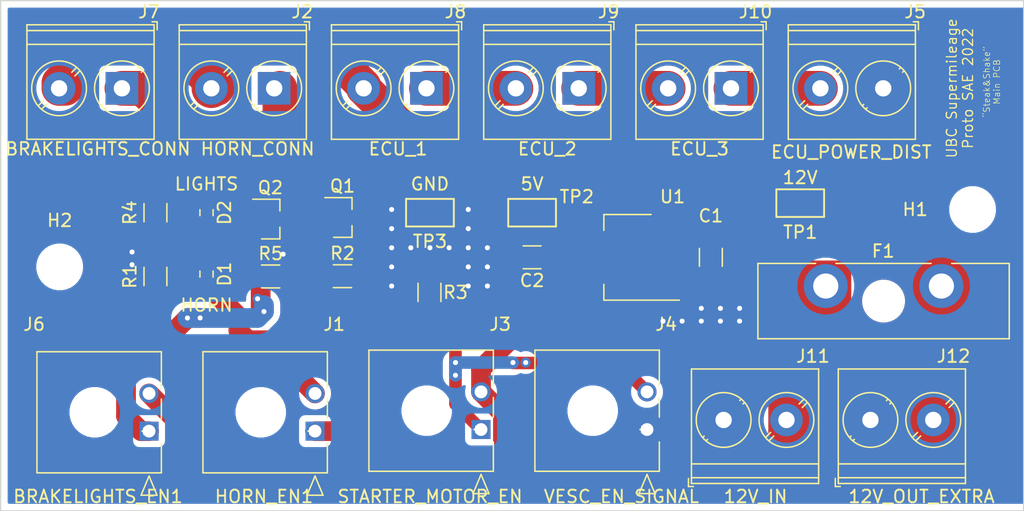
<source format=kicad_pcb>
(kicad_pcb (version 20171130) (host pcbnew "(5.1.9-0-10_14)")

  (general
    (thickness 1.6)
    (drawings 11)
    (tracks 143)
    (zones 0)
    (modules 30)
    (nets 15)
  )

  (page A4)
  (layers
    (0 F.Cu signal)
    (31 B.Cu signal hide)
    (32 B.Adhes user)
    (33 F.Adhes user)
    (34 B.Paste user)
    (35 F.Paste user)
    (36 B.SilkS user)
    (37 F.SilkS user)
    (38 B.Mask user)
    (39 F.Mask user)
    (40 Dwgs.User user)
    (41 Cmts.User user)
    (42 Eco1.User user)
    (43 Eco2.User user)
    (44 Edge.Cuts user)
    (45 Margin user)
    (46 B.CrtYd user)
    (47 F.CrtYd user)
    (48 B.Fab user)
    (49 F.Fab user hide)
  )

  (setup
    (last_trace_width 3.14)
    (user_trace_width 1)
    (user_trace_width 1.3)
    (user_trace_width 1.57)
    (user_trace_width 2.5)
    (user_trace_width 2.7686)
    (user_trace_width 3.14)
    (user_trace_width 7.1882)
    (trace_clearance 0.2)
    (zone_clearance 0.508)
    (zone_45_only no)
    (trace_min 0.2)
    (via_size 0.8)
    (via_drill 0.4)
    (via_min_size 0.4)
    (via_min_drill 0.3)
    (user_via 1.2 0.8)
    (user_via 1.4 1.1)
    (uvia_size 0.3)
    (uvia_drill 0.1)
    (uvias_allowed no)
    (uvia_min_size 0.2)
    (uvia_min_drill 0.1)
    (edge_width 0.05)
    (segment_width 0.2)
    (pcb_text_width 0.3)
    (pcb_text_size 1.5 1.5)
    (mod_edge_width 0.12)
    (mod_text_size 1 1)
    (mod_text_width 0.15)
    (pad_size 1.524 1.524)
    (pad_drill 0.762)
    (pad_to_mask_clearance 0)
    (aux_axis_origin 0 0)
    (grid_origin 140.716 85.09)
    (visible_elements 7FFFFFFF)
    (pcbplotparams
      (layerselection 0x010fc_ffffffff)
      (usegerberextensions false)
      (usegerberattributes true)
      (usegerberadvancedattributes true)
      (creategerberjobfile true)
      (excludeedgelayer true)
      (linewidth 0.100000)
      (plotframeref false)
      (viasonmask false)
      (mode 1)
      (useauxorigin false)
      (hpglpennumber 1)
      (hpglpenspeed 20)
      (hpglpendiameter 15.000000)
      (psnegative false)
      (psa4output false)
      (plotreference true)
      (plotvalue true)
      (plotinvisibletext false)
      (padsonsilk false)
      (subtractmaskfromsilk false)
      (outputformat 1)
      (mirror false)
      (drillshape 1)
      (scaleselection 1)
      (outputdirectory ""))
  )

  (net 0 "")
  (net 1 GND)
  (net 2 ECU_KILL_EN_TOGGLESWITCH_1B)
  (net 3 ECU_KILL_EN_TOGGLESWITCH_2B)
  (net 4 ECU_KILL_EN_TOGGLESWITCH_3B)
  (net 5 BRAKELIGHTS_EN_5V)
  (net 6 HORN_EN_5V)
  (net 7 +5V)
  (net 8 VESC_EN_5V)
  (net 9 12V_FOR_BRAKELIGHTS)
  (net 10 BRAKELIGHTS_GND)
  (net 11 HORN_GND)
  (net 12 "Net-(D1-Pad1)")
  (net 13 "Net-(D2-Pad1)")
  (net 14 BATT_12V)

  (net_class Default "This is the default net class."
    (clearance 0.2)
    (trace_width 0.25)
    (via_dia 0.8)
    (via_drill 0.4)
    (uvia_dia 0.3)
    (uvia_drill 0.1)
    (add_net +5V)
    (add_net 12V_FOR_BRAKELIGHTS)
    (add_net BATT_12V)
    (add_net BRAKELIGHTS_EN_5V)
    (add_net BRAKELIGHTS_GND)
    (add_net ECU_KILL_EN_TOGGLESWITCH_1B)
    (add_net ECU_KILL_EN_TOGGLESWITCH_2B)
    (add_net ECU_KILL_EN_TOGGLESWITCH_3B)
    (add_net GND)
    (add_net HORN_EN_5V)
    (add_net HORN_GND)
    (add_net "Net-(D1-Pad1)")
    (add_net "Net-(D2-Pad1)")
    (add_net VESC_EN_5V)
  )

  (module Fuse:Fuseholder_Blade_ATO_Littelfuse_Pudenz_2_Pin (layer F.Cu) (tedit 5A1C8E73) (tstamp 626570BA)
    (at 136.144 100.838)
    (descr "Fuseholder ATO Blade littelfuse Pudenz 2 Pin")
    (tags "Fuseholder ATO Blade littelfuse Pudenz 2 Pin")
    (path /62772F28)
    (fp_text reference F1 (at 4.57 -2.78) (layer F.SilkS)
      (effects (font (size 1 1) (thickness 0.15)))
    )
    (fp_text value Fuse (at 5.07 5.22) (layer F.Fab)
      (effects (font (size 1 1) (thickness 0.15)))
    )
    (fp_line (start 10.02 -1.8) (end 14.6 -1.8) (layer F.SilkS) (width 0.12))
    (fp_line (start 14.85 4.45) (end -5.65 4.45) (layer F.CrtYd) (width 0.05))
    (fp_line (start 14.85 4.45) (end 14.85 -2.05) (layer F.CrtYd) (width 0.05))
    (fp_line (start -5.65 -2.05) (end -5.65 4.45) (layer F.CrtYd) (width 0.05))
    (fp_line (start -5.65 -2.05) (end 14.85 -2.05) (layer F.CrtYd) (width 0.05))
    (fp_line (start 0.81 -1.8) (end 8.38 -1.8) (layer F.SilkS) (width 0.12))
    (fp_line (start -5.4 4.2) (end -5.4 -1.8) (layer F.SilkS) (width 0.12))
    (fp_line (start 14.6 4.2) (end -5.4 4.2) (layer F.SilkS) (width 0.12))
    (fp_line (start 14.6 -1.8) (end 14.6 4.2) (layer F.SilkS) (width 0.12))
    (fp_line (start -5.4 -1.8) (end -0.81 -1.8) (layer F.SilkS) (width 0.12))
    (fp_line (start -5.35 4.15) (end -5.35 -1.75) (layer F.Fab) (width 0.1))
    (fp_line (start 14.55 4.15) (end -5.35 4.15) (layer F.Fab) (width 0.1))
    (fp_line (start 14.55 -1.75) (end 14.55 4.15) (layer F.Fab) (width 0.1))
    (fp_line (start -5.35 -1.75) (end 14.55 -1.75) (layer F.Fab) (width 0.1))
    (fp_text user %R (at 4.5 3.5) (layer F.Fab)
      (effects (font (size 1 1) (thickness 0.15)))
    )
    (pad 2 thru_hole circle (at 9.2 0) (size 3.5 3.5) (drill 2) (layers *.Cu *.Mask)
      (net 9 12V_FOR_BRAKELIGHTS))
    (pad "" np_thru_hole circle (at 4.6 1.2) (size 2.4 2.4) (drill 2.4) (layers *.Cu *.Mask))
    (pad 1 thru_hole circle (at 0 0) (size 3.5 3.5) (drill 2) (layers *.Cu *.Mask)
      (net 14 BATT_12V))
    (model ${KISYS3DMOD}/Fuse.3dshapes/Fuseholder_Blade_ATO_Littelfuse_Pudenz_2_Pin.wrl
      (at (xyz 0 0 0))
      (scale (xyz 1 1 1))
      (rotate (xyz 0 0 0))
    )
  )

  (module Resistor_SMD:R_0603_1608Metric (layer F.Cu) (tedit 5F68FEEE) (tstamp 62652940)
    (at 86.868 94.996 270)
    (descr "Resistor SMD 0603 (1608 Metric), square (rectangular) end terminal, IPC_7351 nominal, (Body size source: IPC-SM-782 page 72, https://www.pcb-3d.com/wordpress/wp-content/uploads/ipc-sm-782a_amendment_1_and_2.pdf), generated with kicad-footprint-generator")
    (tags resistor)
    (path /62687855)
    (attr smd)
    (fp_text reference D2 (at 0 -1.43 90) (layer F.SilkS)
      (effects (font (size 1 1) (thickness 0.15)))
    )
    (fp_text value LED (at 0 1.43 90) (layer F.Fab)
      (effects (font (size 1 1) (thickness 0.15)))
    )
    (fp_line (start -0.8 0.4125) (end -0.8 -0.4125) (layer F.Fab) (width 0.1))
    (fp_line (start -0.8 -0.4125) (end 0.8 -0.4125) (layer F.Fab) (width 0.1))
    (fp_line (start 0.8 -0.4125) (end 0.8 0.4125) (layer F.Fab) (width 0.1))
    (fp_line (start 0.8 0.4125) (end -0.8 0.4125) (layer F.Fab) (width 0.1))
    (fp_line (start -0.237258 -0.5225) (end 0.237258 -0.5225) (layer F.SilkS) (width 0.12))
    (fp_line (start -0.237258 0.5225) (end 0.237258 0.5225) (layer F.SilkS) (width 0.12))
    (fp_line (start -1.48 0.73) (end -1.48 -0.73) (layer F.CrtYd) (width 0.05))
    (fp_line (start -1.48 -0.73) (end 1.48 -0.73) (layer F.CrtYd) (width 0.05))
    (fp_line (start 1.48 -0.73) (end 1.48 0.73) (layer F.CrtYd) (width 0.05))
    (fp_line (start 1.48 0.73) (end -1.48 0.73) (layer F.CrtYd) (width 0.05))
    (fp_text user %R (at 0 0 90) (layer F.Fab)
      (effects (font (size 0.4 0.4) (thickness 0.06)))
    )
    (pad 2 smd roundrect (at 0.825 0 270) (size 0.8 0.95) (layers F.Cu F.Paste F.Mask) (roundrect_rratio 0.25)
      (net 5 BRAKELIGHTS_EN_5V))
    (pad 1 smd roundrect (at -0.825 0 270) (size 0.8 0.95) (layers F.Cu F.Paste F.Mask) (roundrect_rratio 0.25)
      (net 13 "Net-(D2-Pad1)"))
    (model ${KISYS3DMOD}/Resistor_SMD.3dshapes/R_0603_1608Metric.wrl
      (at (xyz 0 0 0))
      (scale (xyz 1 1 1))
      (rotate (xyz 0 0 0))
    )
  )

  (module TestPoint:TestPoint_Keystone_5015_Micro-Minature (layer F.Cu) (tedit 5A0F774F) (tstamp 62652C05)
    (at 104.648 94.996)
    (descr "SMT Test Point- Micro Miniature 5015, http://www.keyelco.com/product-pdf.cfm?p=1353")
    (tags "Test Point")
    (path /62690AA9)
    (attr smd)
    (fp_text reference TP3 (at 0 2.286) (layer F.SilkS)
      (effects (font (size 1 1) (thickness 0.15)))
    )
    (fp_text value TestPoint (at 0 2.25) (layer F.Fab)
      (effects (font (size 1 1) (thickness 0.15)))
    )
    (fp_line (start -2.15 -1.35) (end 2.15 -1.35) (layer F.CrtYd) (width 0.05))
    (fp_line (start 2.15 -1.35) (end 2.15 1.35) (layer F.CrtYd) (width 0.05))
    (fp_line (start 2.15 1.35) (end -2.15 1.35) (layer F.CrtYd) (width 0.05))
    (fp_line (start -2.15 1.35) (end -2.15 -1.35) (layer F.CrtYd) (width 0.05))
    (fp_line (start -1.9 -1.1) (end 1.9 -1.1) (layer F.SilkS) (width 0.15))
    (fp_line (start 1.9 -1.1) (end 1.9 1.1) (layer F.SilkS) (width 0.15))
    (fp_line (start 1.9 1.1) (end -1.9 1.1) (layer F.SilkS) (width 0.15))
    (fp_line (start -1.9 1.1) (end -1.9 -1.1) (layer F.SilkS) (width 0.15))
    (fp_line (start -1.35 0.5) (end 1.35 0.5) (layer F.Fab) (width 0.15))
    (fp_line (start 1.35 -0.5) (end 1.35 0.5) (layer F.Fab) (width 0.15))
    (fp_line (start 1.35 -0.5) (end -1.35 -0.5) (layer F.Fab) (width 0.15))
    (fp_line (start -1.35 0.5) (end -1.35 -0.5) (layer F.Fab) (width 0.15))
    (fp_text user %R (at 0 0) (layer F.Fab)
      (effects (font (size 0.6 0.6) (thickness 0.09)))
    )
    (pad 1 smd rect (at 0 0) (size 3.4 1.8) (layers F.Cu F.Paste F.Mask)
      (net 1 GND))
    (model ${KISYS3DMOD}/TestPoint.3dshapes/TestPoint_Keystone_5015_Micro-Minature.wrl
      (at (xyz 0 0 0))
      (scale (xyz 1 1 1))
      (rotate (xyz 0 0 0))
    )
  )

  (module TestPoint:TestPoint_Keystone_5015_Micro-Minature (layer F.Cu) (tedit 5A0F774F) (tstamp 62652BF3)
    (at 112.776 94.996)
    (descr "SMT Test Point- Micro Miniature 5015, http://www.keyelco.com/product-pdf.cfm?p=1353")
    (tags "Test Point")
    (path /6269AA39)
    (attr smd)
    (fp_text reference TP2 (at 3.556 -1.27) (layer F.SilkS)
      (effects (font (size 1 1) (thickness 0.15)))
    )
    (fp_text value TestPoint (at 0 2.25) (layer F.Fab)
      (effects (font (size 1 1) (thickness 0.15)))
    )
    (fp_line (start -2.15 -1.35) (end 2.15 -1.35) (layer F.CrtYd) (width 0.05))
    (fp_line (start 2.15 -1.35) (end 2.15 1.35) (layer F.CrtYd) (width 0.05))
    (fp_line (start 2.15 1.35) (end -2.15 1.35) (layer F.CrtYd) (width 0.05))
    (fp_line (start -2.15 1.35) (end -2.15 -1.35) (layer F.CrtYd) (width 0.05))
    (fp_line (start -1.9 -1.1) (end 1.9 -1.1) (layer F.SilkS) (width 0.15))
    (fp_line (start 1.9 -1.1) (end 1.9 1.1) (layer F.SilkS) (width 0.15))
    (fp_line (start 1.9 1.1) (end -1.9 1.1) (layer F.SilkS) (width 0.15))
    (fp_line (start -1.9 1.1) (end -1.9 -1.1) (layer F.SilkS) (width 0.15))
    (fp_line (start -1.35 0.5) (end 1.35 0.5) (layer F.Fab) (width 0.15))
    (fp_line (start 1.35 -0.5) (end 1.35 0.5) (layer F.Fab) (width 0.15))
    (fp_line (start 1.35 -0.5) (end -1.35 -0.5) (layer F.Fab) (width 0.15))
    (fp_line (start -1.35 0.5) (end -1.35 -0.5) (layer F.Fab) (width 0.15))
    (fp_text user %R (at 0 0) (layer F.Fab)
      (effects (font (size 0.6 0.6) (thickness 0.09)))
    )
    (pad 1 smd rect (at 0 0) (size 3.4 1.8) (layers F.Cu F.Paste F.Mask)
      (net 7 +5V))
    (model ${KISYS3DMOD}/TestPoint.3dshapes/TestPoint_Keystone_5015_Micro-Minature.wrl
      (at (xyz 0 0 0))
      (scale (xyz 1 1 1))
      (rotate (xyz 0 0 0))
    )
  )

  (module TestPoint:TestPoint_Keystone_5015_Micro-Minature (layer F.Cu) (tedit 5A0F774F) (tstamp 62652BE1)
    (at 134.112 94.234)
    (descr "SMT Test Point- Micro Miniature 5015, http://www.keyelco.com/product-pdf.cfm?p=1353")
    (tags "Test Point")
    (path /62693D3B)
    (attr smd)
    (fp_text reference TP1 (at 0 2.318999) (layer F.SilkS)
      (effects (font (size 1 1) (thickness 0.15)))
    )
    (fp_text value TestPoint (at 0 2.25) (layer F.Fab)
      (effects (font (size 1 1) (thickness 0.15)))
    )
    (fp_line (start -2.15 -1.35) (end 2.15 -1.35) (layer F.CrtYd) (width 0.05))
    (fp_line (start 2.15 -1.35) (end 2.15 1.35) (layer F.CrtYd) (width 0.05))
    (fp_line (start 2.15 1.35) (end -2.15 1.35) (layer F.CrtYd) (width 0.05))
    (fp_line (start -2.15 1.35) (end -2.15 -1.35) (layer F.CrtYd) (width 0.05))
    (fp_line (start -1.9 -1.1) (end 1.9 -1.1) (layer F.SilkS) (width 0.15))
    (fp_line (start 1.9 -1.1) (end 1.9 1.1) (layer F.SilkS) (width 0.15))
    (fp_line (start 1.9 1.1) (end -1.9 1.1) (layer F.SilkS) (width 0.15))
    (fp_line (start -1.9 1.1) (end -1.9 -1.1) (layer F.SilkS) (width 0.15))
    (fp_line (start -1.35 0.5) (end 1.35 0.5) (layer F.Fab) (width 0.15))
    (fp_line (start 1.35 -0.5) (end 1.35 0.5) (layer F.Fab) (width 0.15))
    (fp_line (start 1.35 -0.5) (end -1.35 -0.5) (layer F.Fab) (width 0.15))
    (fp_line (start -1.35 0.5) (end -1.35 -0.5) (layer F.Fab) (width 0.15))
    (fp_text user %R (at 0 0) (layer F.Fab)
      (effects (font (size 0.6 0.6) (thickness 0.09)))
    )
    (pad 1 smd rect (at 0 0) (size 3.4 1.8) (layers F.Cu F.Paste F.Mask)
      (net 9 12V_FOR_BRAKELIGHTS))
    (model ${KISYS3DMOD}/TestPoint.3dshapes/TestPoint_Keystone_5015_Micro-Minature.wrl
      (at (xyz 0 0 0))
      (scale (xyz 1 1 1))
      (rotate (xyz 0 0 0))
    )
  )

  (module Resistor_SMD:R_1206_3216Metric (layer F.Cu) (tedit 5F68FEEE) (tstamp 61EC84E3)
    (at 91.9715 100.076)
    (descr "Resistor SMD 1206 (3216 Metric), square (rectangular) end terminal, IPC_7351 nominal, (Body size source: IPC-SM-782 page 72, https://www.pcb-3d.com/wordpress/wp-content/uploads/ipc-sm-782a_amendment_1_and_2.pdf), generated with kicad-footprint-generator")
    (tags resistor)
    (path /61E941D5)
    (attr smd)
    (fp_text reference R5 (at 0 -1.82) (layer F.SilkS)
      (effects (font (size 1 1) (thickness 0.15)))
    )
    (fp_text value 10k (at 0 1.82) (layer F.Fab)
      (effects (font (size 1 1) (thickness 0.15)))
    )
    (fp_line (start -1.6 0.8) (end -1.6 -0.8) (layer F.Fab) (width 0.1))
    (fp_line (start -1.6 -0.8) (end 1.6 -0.8) (layer F.Fab) (width 0.1))
    (fp_line (start 1.6 -0.8) (end 1.6 0.8) (layer F.Fab) (width 0.1))
    (fp_line (start 1.6 0.8) (end -1.6 0.8) (layer F.Fab) (width 0.1))
    (fp_line (start -0.727064 -0.91) (end 0.727064 -0.91) (layer F.SilkS) (width 0.12))
    (fp_line (start -0.727064 0.91) (end 0.727064 0.91) (layer F.SilkS) (width 0.12))
    (fp_line (start -2.28 1.12) (end -2.28 -1.12) (layer F.CrtYd) (width 0.05))
    (fp_line (start -2.28 -1.12) (end 2.28 -1.12) (layer F.CrtYd) (width 0.05))
    (fp_line (start 2.28 -1.12) (end 2.28 1.12) (layer F.CrtYd) (width 0.05))
    (fp_line (start 2.28 1.12) (end -2.28 1.12) (layer F.CrtYd) (width 0.05))
    (fp_text user %R (at 0 0) (layer F.Fab)
      (effects (font (size 0.8 0.8) (thickness 0.12)))
    )
    (pad 2 smd roundrect (at 1.4625 0) (size 1.125 1.75) (layers F.Cu F.Paste F.Mask) (roundrect_rratio 0.222222)
      (net 1 GND))
    (pad 1 smd roundrect (at -1.4625 0) (size 1.125 1.75) (layers F.Cu F.Paste F.Mask) (roundrect_rratio 0.222222)
      (net 5 BRAKELIGHTS_EN_5V))
    (model ${KISYS3DMOD}/Resistor_SMD.3dshapes/R_1206_3216Metric.wrl
      (at (xyz 0 0 0))
      (scale (xyz 1 1 1))
      (rotate (xyz 0 0 0))
    )
  )

  (module Resistor_SMD:R_1206_3216Metric (layer F.Cu) (tedit 5F68FEEE) (tstamp 62652BBF)
    (at 82.804 94.996 270)
    (descr "Resistor SMD 1206 (3216 Metric), square (rectangular) end terminal, IPC_7351 nominal, (Body size source: IPC-SM-782 page 72, https://www.pcb-3d.com/wordpress/wp-content/uploads/ipc-sm-782a_amendment_1_and_2.pdf), generated with kicad-footprint-generator")
    (tags resistor)
    (path /6268785B)
    (attr smd)
    (fp_text reference R4 (at 0 2.032 90) (layer F.SilkS)
      (effects (font (size 1 1) (thickness 0.15)))
    )
    (fp_text value 4.7k (at 0 1.82 90) (layer F.Fab)
      (effects (font (size 1 1) (thickness 0.15)))
    )
    (fp_line (start -1.6 0.8) (end -1.6 -0.8) (layer F.Fab) (width 0.1))
    (fp_line (start -1.6 -0.8) (end 1.6 -0.8) (layer F.Fab) (width 0.1))
    (fp_line (start 1.6 -0.8) (end 1.6 0.8) (layer F.Fab) (width 0.1))
    (fp_line (start 1.6 0.8) (end -1.6 0.8) (layer F.Fab) (width 0.1))
    (fp_line (start -0.727064 -0.91) (end 0.727064 -0.91) (layer F.SilkS) (width 0.12))
    (fp_line (start -0.727064 0.91) (end 0.727064 0.91) (layer F.SilkS) (width 0.12))
    (fp_line (start -2.28 1.12) (end -2.28 -1.12) (layer F.CrtYd) (width 0.05))
    (fp_line (start -2.28 -1.12) (end 2.28 -1.12) (layer F.CrtYd) (width 0.05))
    (fp_line (start 2.28 -1.12) (end 2.28 1.12) (layer F.CrtYd) (width 0.05))
    (fp_line (start 2.28 1.12) (end -2.28 1.12) (layer F.CrtYd) (width 0.05))
    (fp_text user %R (at 0 0 90) (layer F.Fab)
      (effects (font (size 0.8 0.8) (thickness 0.12)))
    )
    (pad 2 smd roundrect (at 1.4625 0 270) (size 1.125 1.75) (layers F.Cu F.Paste F.Mask) (roundrect_rratio 0.222222)
      (net 1 GND))
    (pad 1 smd roundrect (at -1.4625 0 270) (size 1.125 1.75) (layers F.Cu F.Paste F.Mask) (roundrect_rratio 0.222222)
      (net 13 "Net-(D2-Pad1)"))
    (model ${KISYS3DMOD}/Resistor_SMD.3dshapes/R_1206_3216Metric.wrl
      (at (xyz 0 0 0))
      (scale (xyz 1 1 1))
      (rotate (xyz 0 0 0))
    )
  )

  (module Resistor_SMD:R_1206_3216Metric (layer F.Cu) (tedit 5F68FEEE) (tstamp 62624D9A)
    (at 104.6104 101.346 90)
    (descr "Resistor SMD 1206 (3216 Metric), square (rectangular) end terminal, IPC_7351 nominal, (Body size source: IPC-SM-782 page 72, https://www.pcb-3d.com/wordpress/wp-content/uploads/ipc-sm-782a_amendment_1_and_2.pdf), generated with kicad-footprint-generator")
    (tags resistor)
    (path /627BCD01)
    (attr smd)
    (fp_text reference R3 (at 0 2.0696 180) (layer F.SilkS)
      (effects (font (size 1 1) (thickness 0.15)))
    )
    (fp_text value 10k (at 0 1.82 90) (layer F.Fab)
      (effects (font (size 1 1) (thickness 0.15)))
    )
    (fp_line (start -1.6 0.8) (end -1.6 -0.8) (layer F.Fab) (width 0.1))
    (fp_line (start -1.6 -0.8) (end 1.6 -0.8) (layer F.Fab) (width 0.1))
    (fp_line (start 1.6 -0.8) (end 1.6 0.8) (layer F.Fab) (width 0.1))
    (fp_line (start 1.6 0.8) (end -1.6 0.8) (layer F.Fab) (width 0.1))
    (fp_line (start -0.727064 -0.91) (end 0.727064 -0.91) (layer F.SilkS) (width 0.12))
    (fp_line (start -0.727064 0.91) (end 0.727064 0.91) (layer F.SilkS) (width 0.12))
    (fp_line (start -2.28 1.12) (end -2.28 -1.12) (layer F.CrtYd) (width 0.05))
    (fp_line (start -2.28 -1.12) (end 2.28 -1.12) (layer F.CrtYd) (width 0.05))
    (fp_line (start 2.28 -1.12) (end 2.28 1.12) (layer F.CrtYd) (width 0.05))
    (fp_line (start 2.28 1.12) (end -2.28 1.12) (layer F.CrtYd) (width 0.05))
    (fp_text user %R (at 0 0 90) (layer F.Fab)
      (effects (font (size 0.8 0.8) (thickness 0.12)))
    )
    (pad 2 smd roundrect (at 1.4625 0 90) (size 1.125 1.75) (layers F.Cu F.Paste F.Mask) (roundrect_rratio 0.222222)
      (net 1 GND))
    (pad 1 smd roundrect (at -1.4625 0 90) (size 1.125 1.75) (layers F.Cu F.Paste F.Mask) (roundrect_rratio 0.222222)
      (net 8 VESC_EN_5V))
    (model ${KISYS3DMOD}/Resistor_SMD.3dshapes/R_1206_3216Metric.wrl
      (at (xyz 0 0 0))
      (scale (xyz 1 1 1))
      (rotate (xyz 0 0 0))
    )
  )

  (module Resistor_SMD:R_1206_3216Metric (layer F.Cu) (tedit 5F68FEEE) (tstamp 61EC9599)
    (at 97.6865 100.054999)
    (descr "Resistor SMD 1206 (3216 Metric), square (rectangular) end terminal, IPC_7351 nominal, (Body size source: IPC-SM-782 page 72, https://www.pcb-3d.com/wordpress/wp-content/uploads/ipc-sm-782a_amendment_1_and_2.pdf), generated with kicad-footprint-generator")
    (tags resistor)
    (path /61AB1752)
    (attr smd)
    (fp_text reference R2 (at 0 -1.82) (layer F.SilkS)
      (effects (font (size 1 1) (thickness 0.15)))
    )
    (fp_text value 10k (at 0 1.82) (layer F.Fab)
      (effects (font (size 1 1) (thickness 0.15)))
    )
    (fp_line (start -1.6 0.8) (end -1.6 -0.8) (layer F.Fab) (width 0.1))
    (fp_line (start -1.6 -0.8) (end 1.6 -0.8) (layer F.Fab) (width 0.1))
    (fp_line (start 1.6 -0.8) (end 1.6 0.8) (layer F.Fab) (width 0.1))
    (fp_line (start 1.6 0.8) (end -1.6 0.8) (layer F.Fab) (width 0.1))
    (fp_line (start -0.727064 -0.91) (end 0.727064 -0.91) (layer F.SilkS) (width 0.12))
    (fp_line (start -0.727064 0.91) (end 0.727064 0.91) (layer F.SilkS) (width 0.12))
    (fp_line (start -2.28 1.12) (end -2.28 -1.12) (layer F.CrtYd) (width 0.05))
    (fp_line (start -2.28 -1.12) (end 2.28 -1.12) (layer F.CrtYd) (width 0.05))
    (fp_line (start 2.28 -1.12) (end 2.28 1.12) (layer F.CrtYd) (width 0.05))
    (fp_line (start 2.28 1.12) (end -2.28 1.12) (layer F.CrtYd) (width 0.05))
    (fp_text user %R (at 0 0) (layer F.Fab)
      (effects (font (size 0.8 0.8) (thickness 0.12)))
    )
    (pad 2 smd roundrect (at 1.4625 0) (size 1.125 1.75) (layers F.Cu F.Paste F.Mask) (roundrect_rratio 0.222222)
      (net 1 GND))
    (pad 1 smd roundrect (at -1.4625 0) (size 1.125 1.75) (layers F.Cu F.Paste F.Mask) (roundrect_rratio 0.222222)
      (net 6 HORN_EN_5V))
    (model ${KISYS3DMOD}/Resistor_SMD.3dshapes/R_1206_3216Metric.wrl
      (at (xyz 0 0 0))
      (scale (xyz 1 1 1))
      (rotate (xyz 0 0 0))
    )
  )

  (module Resistor_SMD:R_1206_3216Metric (layer F.Cu) (tedit 5F68FEEE) (tstamp 62652B8E)
    (at 82.804 100.076 270)
    (descr "Resistor SMD 1206 (3216 Metric), square (rectangular) end terminal, IPC_7351 nominal, (Body size source: IPC-SM-782 page 72, https://www.pcb-3d.com/wordpress/wp-content/uploads/ipc-sm-782a_amendment_1_and_2.pdf), generated with kicad-footprint-generator")
    (tags resistor)
    (path /62668957)
    (attr smd)
    (fp_text reference R1 (at 0 2.032 90) (layer F.SilkS)
      (effects (font (size 1 1) (thickness 0.15)))
    )
    (fp_text value 4.7k (at 0 1.82 90) (layer F.Fab)
      (effects (font (size 1 1) (thickness 0.15)))
    )
    (fp_line (start -1.6 0.8) (end -1.6 -0.8) (layer F.Fab) (width 0.1))
    (fp_line (start -1.6 -0.8) (end 1.6 -0.8) (layer F.Fab) (width 0.1))
    (fp_line (start 1.6 -0.8) (end 1.6 0.8) (layer F.Fab) (width 0.1))
    (fp_line (start 1.6 0.8) (end -1.6 0.8) (layer F.Fab) (width 0.1))
    (fp_line (start -0.727064 -0.91) (end 0.727064 -0.91) (layer F.SilkS) (width 0.12))
    (fp_line (start -0.727064 0.91) (end 0.727064 0.91) (layer F.SilkS) (width 0.12))
    (fp_line (start -2.28 1.12) (end -2.28 -1.12) (layer F.CrtYd) (width 0.05))
    (fp_line (start -2.28 -1.12) (end 2.28 -1.12) (layer F.CrtYd) (width 0.05))
    (fp_line (start 2.28 -1.12) (end 2.28 1.12) (layer F.CrtYd) (width 0.05))
    (fp_line (start 2.28 1.12) (end -2.28 1.12) (layer F.CrtYd) (width 0.05))
    (fp_text user %R (at 0 0 90) (layer F.Fab)
      (effects (font (size 0.8 0.8) (thickness 0.12)))
    )
    (pad 2 smd roundrect (at 1.4625 0 270) (size 1.125 1.75) (layers F.Cu F.Paste F.Mask) (roundrect_rratio 0.222222)
      (net 1 GND))
    (pad 1 smd roundrect (at -1.4625 0 270) (size 1.125 1.75) (layers F.Cu F.Paste F.Mask) (roundrect_rratio 0.222222)
      (net 12 "Net-(D1-Pad1)"))
    (model ${KISYS3DMOD}/Resistor_SMD.3dshapes/R_1206_3216Metric.wrl
      (at (xyz 0 0 0))
      (scale (xyz 1 1 1))
      (rotate (xyz 0 0 0))
    )
  )

  (module Package_TO_SOT_SMD:SOT-23 (layer F.Cu) (tedit 5A02FF57) (tstamp 62652B7D)
    (at 91.948 95.504)
    (descr "SOT-23, Standard")
    (tags SOT-23)
    (path /62652563)
    (attr smd)
    (fp_text reference Q2 (at 0 -2.5) (layer F.SilkS)
      (effects (font (size 1 1) (thickness 0.15)))
    )
    (fp_text value BRAKELIGHTS_MOSFET1 (at 0 2.5) (layer F.Fab)
      (effects (font (size 1 1) (thickness 0.15)))
    )
    (fp_line (start -0.7 -0.95) (end -0.7 1.5) (layer F.Fab) (width 0.1))
    (fp_line (start -0.15 -1.52) (end 0.7 -1.52) (layer F.Fab) (width 0.1))
    (fp_line (start -0.7 -0.95) (end -0.15 -1.52) (layer F.Fab) (width 0.1))
    (fp_line (start 0.7 -1.52) (end 0.7 1.52) (layer F.Fab) (width 0.1))
    (fp_line (start -0.7 1.52) (end 0.7 1.52) (layer F.Fab) (width 0.1))
    (fp_line (start 0.76 1.58) (end 0.76 0.65) (layer F.SilkS) (width 0.12))
    (fp_line (start 0.76 -1.58) (end 0.76 -0.65) (layer F.SilkS) (width 0.12))
    (fp_line (start -1.7 -1.75) (end 1.7 -1.75) (layer F.CrtYd) (width 0.05))
    (fp_line (start 1.7 -1.75) (end 1.7 1.75) (layer F.CrtYd) (width 0.05))
    (fp_line (start 1.7 1.75) (end -1.7 1.75) (layer F.CrtYd) (width 0.05))
    (fp_line (start -1.7 1.75) (end -1.7 -1.75) (layer F.CrtYd) (width 0.05))
    (fp_line (start 0.76 -1.58) (end -1.4 -1.58) (layer F.SilkS) (width 0.12))
    (fp_line (start 0.76 1.58) (end -0.7 1.58) (layer F.SilkS) (width 0.12))
    (fp_text user %R (at 0 0 90) (layer F.Fab)
      (effects (font (size 0.5 0.5) (thickness 0.075)))
    )
    (pad 3 smd rect (at 1 0) (size 0.9 0.8) (layers F.Cu F.Paste F.Mask)
      (net 1 GND))
    (pad 2 smd rect (at -1 0.95) (size 0.9 0.8) (layers F.Cu F.Paste F.Mask)
      (net 5 BRAKELIGHTS_EN_5V))
    (pad 1 smd rect (at -1 -0.95) (size 0.9 0.8) (layers F.Cu F.Paste F.Mask)
      (net 10 BRAKELIGHTS_GND))
    (model ${KISYS3DMOD}/Package_TO_SOT_SMD.3dshapes/SOT-23.wrl
      (at (xyz 0 0 0))
      (scale (xyz 1 1 1))
      (rotate (xyz 0 0 0))
    )
  )

  (module TerminalBlock_Phoenix:TerminalBlock_Phoenix_PT-1,5-2-5.0-H_1x02_P5.00mm_Horizontal (layer F.Cu) (tedit 5B294F69) (tstamp 62652AD9)
    (at 128.6002 85.09 180)
    (descr "Terminal Block Phoenix PT-1,5-2-5.0-H, 2 pins, pitch 5mm, size 10x9mm^2, drill diamater 1.3mm, pad diameter 2.6mm, see http://www.mouser.com/ds/2/324/ItemDetail_1935161-922578.pdf, script-generated using https://github.com/pointhi/kicad-footprint-generator/scripts/TerminalBlock_Phoenix")
    (tags "THT Terminal Block Phoenix PT-1,5-2-5.0-H pitch 5mm size 10x9mm^2 drill 1.3mm pad 2.6mm")
    (path /626BEB22)
    (fp_text reference J10 (at -1.9558 6.096) (layer F.SilkS)
      (effects (font (size 1 1) (thickness 0.15)))
    )
    (fp_text value ECU_3 (at 2.5 -4.826) (layer F.SilkS)
      (effects (font (size 1 1) (thickness 0.15)))
    )
    (fp_circle (center 0 0) (end 2 0) (layer F.Fab) (width 0.1))
    (fp_circle (center 0 0) (end 2.18 0) (layer F.SilkS) (width 0.12))
    (fp_circle (center 5 0) (end 7 0) (layer F.Fab) (width 0.1))
    (fp_circle (center 5 0) (end 7.18 0) (layer F.SilkS) (width 0.12))
    (fp_line (start -2.5 -4) (end 7.5 -4) (layer F.Fab) (width 0.1))
    (fp_line (start 7.5 -4) (end 7.5 5) (layer F.Fab) (width 0.1))
    (fp_line (start 7.5 5) (end -2.1 5) (layer F.Fab) (width 0.1))
    (fp_line (start -2.1 5) (end -2.5 4.6) (layer F.Fab) (width 0.1))
    (fp_line (start -2.5 4.6) (end -2.5 -4) (layer F.Fab) (width 0.1))
    (fp_line (start -2.5 4.6) (end 7.5 4.6) (layer F.Fab) (width 0.1))
    (fp_line (start -2.56 4.6) (end 7.56 4.6) (layer F.SilkS) (width 0.12))
    (fp_line (start -2.5 3.5) (end 7.5 3.5) (layer F.Fab) (width 0.1))
    (fp_line (start -2.56 3.5) (end 7.56 3.5) (layer F.SilkS) (width 0.12))
    (fp_line (start -2.56 -4.06) (end 7.56 -4.06) (layer F.SilkS) (width 0.12))
    (fp_line (start -2.56 5.06) (end 7.56 5.06) (layer F.SilkS) (width 0.12))
    (fp_line (start -2.56 -4.06) (end -2.56 5.06) (layer F.SilkS) (width 0.12))
    (fp_line (start 7.56 -4.06) (end 7.56 5.06) (layer F.SilkS) (width 0.12))
    (fp_line (start 1.517 -1.273) (end -1.273 1.517) (layer F.Fab) (width 0.1))
    (fp_line (start 1.273 -1.517) (end -1.517 1.273) (layer F.Fab) (width 0.1))
    (fp_line (start 1.654 -1.388) (end 1.547 -1.281) (layer F.SilkS) (width 0.12))
    (fp_line (start -1.282 1.547) (end -1.388 1.654) (layer F.SilkS) (width 0.12))
    (fp_line (start 1.388 -1.654) (end 1.281 -1.547) (layer F.SilkS) (width 0.12))
    (fp_line (start -1.548 1.281) (end -1.654 1.388) (layer F.SilkS) (width 0.12))
    (fp_line (start 6.517 -1.273) (end 3.728 1.517) (layer F.Fab) (width 0.1))
    (fp_line (start 6.273 -1.517) (end 3.484 1.273) (layer F.Fab) (width 0.1))
    (fp_line (start 6.654 -1.388) (end 6.259 -0.992) (layer F.SilkS) (width 0.12))
    (fp_line (start 3.993 1.274) (end 3.613 1.654) (layer F.SilkS) (width 0.12))
    (fp_line (start 6.388 -1.654) (end 6.008 -1.274) (layer F.SilkS) (width 0.12))
    (fp_line (start 3.742 0.992) (end 3.347 1.388) (layer F.SilkS) (width 0.12))
    (fp_line (start -2.8 4.66) (end -2.8 5.3) (layer F.SilkS) (width 0.12))
    (fp_line (start -2.8 5.3) (end -2.4 5.3) (layer F.SilkS) (width 0.12))
    (fp_line (start -3 -4.5) (end -3 5.5) (layer F.CrtYd) (width 0.05))
    (fp_line (start -3 5.5) (end 8 5.5) (layer F.CrtYd) (width 0.05))
    (fp_line (start 8 5.5) (end 8 -4.5) (layer F.CrtYd) (width 0.05))
    (fp_line (start 8 -4.5) (end -3 -4.5) (layer F.CrtYd) (width 0.05))
    (fp_text user %R (at 2.5 2.9) (layer F.Fab)
      (effects (font (size 1 1) (thickness 0.15)))
    )
    (pad 2 thru_hole circle (at 5 0 180) (size 2.6 2.6) (drill 1.3) (layers *.Cu *.Mask)
      (net 3 ECU_KILL_EN_TOGGLESWITCH_2B))
    (pad 1 thru_hole rect (at 0 0 180) (size 2.6 2.6) (drill 1.3) (layers *.Cu *.Mask)
      (net 4 ECU_KILL_EN_TOGGLESWITCH_3B))
    (model ${KISYS3DMOD}/TerminalBlock_Phoenix.3dshapes/TerminalBlock_Phoenix_PT-1,5-2-5.0-H_1x02_P5.00mm_Horizontal.wrl
      (at (xyz 0 0 0))
      (scale (xyz 1 1 1))
      (rotate (xyz 0 0 0))
    )
  )

  (module TerminalBlock_Phoenix:TerminalBlock_Phoenix_PT-1,5-2-5.0-H_1x02_P5.00mm_Horizontal (layer F.Cu) (tedit 5B294F69) (tstamp 62652AAF)
    (at 116.4844 85.09 180)
    (descr "Terminal Block Phoenix PT-1,5-2-5.0-H, 2 pins, pitch 5mm, size 10x9mm^2, drill diamater 1.3mm, pad diameter 2.6mm, see http://www.mouser.com/ds/2/324/ItemDetail_1935161-922578.pdf, script-generated using https://github.com/pointhi/kicad-footprint-generator/scripts/TerminalBlock_Phoenix")
    (tags "THT Terminal Block Phoenix PT-1,5-2-5.0-H pitch 5mm size 10x9mm^2 drill 1.3mm pad 2.6mm")
    (path /626BB15C)
    (fp_text reference J9 (at -2.3876 6.096) (layer F.SilkS)
      (effects (font (size 1 1) (thickness 0.15)))
    )
    (fp_text value ECU_2 (at 2.5 -4.826) (layer F.SilkS)
      (effects (font (size 1 1) (thickness 0.15)))
    )
    (fp_circle (center 0 0) (end 2 0) (layer F.Fab) (width 0.1))
    (fp_circle (center 0 0) (end 2.18 0) (layer F.SilkS) (width 0.12))
    (fp_circle (center 5 0) (end 7 0) (layer F.Fab) (width 0.1))
    (fp_circle (center 5 0) (end 7.18 0) (layer F.SilkS) (width 0.12))
    (fp_line (start -2.5 -4) (end 7.5 -4) (layer F.Fab) (width 0.1))
    (fp_line (start 7.5 -4) (end 7.5 5) (layer F.Fab) (width 0.1))
    (fp_line (start 7.5 5) (end -2.1 5) (layer F.Fab) (width 0.1))
    (fp_line (start -2.1 5) (end -2.5 4.6) (layer F.Fab) (width 0.1))
    (fp_line (start -2.5 4.6) (end -2.5 -4) (layer F.Fab) (width 0.1))
    (fp_line (start -2.5 4.6) (end 7.5 4.6) (layer F.Fab) (width 0.1))
    (fp_line (start -2.56 4.6) (end 7.56 4.6) (layer F.SilkS) (width 0.12))
    (fp_line (start -2.5 3.5) (end 7.5 3.5) (layer F.Fab) (width 0.1))
    (fp_line (start -2.56 3.5) (end 7.56 3.5) (layer F.SilkS) (width 0.12))
    (fp_line (start -2.56 -4.06) (end 7.56 -4.06) (layer F.SilkS) (width 0.12))
    (fp_line (start -2.56 5.06) (end 7.56 5.06) (layer F.SilkS) (width 0.12))
    (fp_line (start -2.56 -4.06) (end -2.56 5.06) (layer F.SilkS) (width 0.12))
    (fp_line (start 7.56 -4.06) (end 7.56 5.06) (layer F.SilkS) (width 0.12))
    (fp_line (start 1.517 -1.273) (end -1.273 1.517) (layer F.Fab) (width 0.1))
    (fp_line (start 1.273 -1.517) (end -1.517 1.273) (layer F.Fab) (width 0.1))
    (fp_line (start 1.654 -1.388) (end 1.547 -1.281) (layer F.SilkS) (width 0.12))
    (fp_line (start -1.282 1.547) (end -1.388 1.654) (layer F.SilkS) (width 0.12))
    (fp_line (start 1.388 -1.654) (end 1.281 -1.547) (layer F.SilkS) (width 0.12))
    (fp_line (start -1.548 1.281) (end -1.654 1.388) (layer F.SilkS) (width 0.12))
    (fp_line (start 6.517 -1.273) (end 3.728 1.517) (layer F.Fab) (width 0.1))
    (fp_line (start 6.273 -1.517) (end 3.484 1.273) (layer F.Fab) (width 0.1))
    (fp_line (start 6.654 -1.388) (end 6.259 -0.992) (layer F.SilkS) (width 0.12))
    (fp_line (start 3.993 1.274) (end 3.613 1.654) (layer F.SilkS) (width 0.12))
    (fp_line (start 6.388 -1.654) (end 6.008 -1.274) (layer F.SilkS) (width 0.12))
    (fp_line (start 3.742 0.992) (end 3.347 1.388) (layer F.SilkS) (width 0.12))
    (fp_line (start -2.8 4.66) (end -2.8 5.3) (layer F.SilkS) (width 0.12))
    (fp_line (start -2.8 5.3) (end -2.4 5.3) (layer F.SilkS) (width 0.12))
    (fp_line (start -3 -4.5) (end -3 5.5) (layer F.CrtYd) (width 0.05))
    (fp_line (start -3 5.5) (end 8 5.5) (layer F.CrtYd) (width 0.05))
    (fp_line (start 8 5.5) (end 8 -4.5) (layer F.CrtYd) (width 0.05))
    (fp_line (start 8 -4.5) (end -3 -4.5) (layer F.CrtYd) (width 0.05))
    (fp_text user %R (at 2.5 2.9) (layer F.Fab)
      (effects (font (size 1 1) (thickness 0.15)))
    )
    (pad 2 thru_hole circle (at 5 0 180) (size 2.6 2.6) (drill 1.3) (layers *.Cu *.Mask)
      (net 2 ECU_KILL_EN_TOGGLESWITCH_1B))
    (pad 1 thru_hole rect (at 0 0 180) (size 2.6 2.6) (drill 1.3) (layers *.Cu *.Mask)
      (net 3 ECU_KILL_EN_TOGGLESWITCH_2B))
    (model ${KISYS3DMOD}/TerminalBlock_Phoenix.3dshapes/TerminalBlock_Phoenix_PT-1,5-2-5.0-H_1x02_P5.00mm_Horizontal.wrl
      (at (xyz 0 0 0))
      (scale (xyz 1 1 1))
      (rotate (xyz 0 0 0))
    )
  )

  (module TerminalBlock_Phoenix:TerminalBlock_Phoenix_PT-1,5-2-5.0-H_1x02_P5.00mm_Horizontal (layer F.Cu) (tedit 5B294F69) (tstamp 62652A85)
    (at 104.3686 85.09 180)
    (descr "Terminal Block Phoenix PT-1,5-2-5.0-H, 2 pins, pitch 5mm, size 10x9mm^2, drill diamater 1.3mm, pad diameter 2.6mm, see http://www.mouser.com/ds/2/324/ItemDetail_1935161-922578.pdf, script-generated using https://github.com/pointhi/kicad-footprint-generator/scripts/TerminalBlock_Phoenix")
    (tags "THT Terminal Block Phoenix PT-1,5-2-5.0-H pitch 5mm size 10x9mm^2 drill 1.3mm pad 2.6mm")
    (path /626B7A02)
    (fp_text reference J8 (at -2.3114 6.096) (layer F.SilkS)
      (effects (font (size 1 1) (thickness 0.15)))
    )
    (fp_text value ECU_1 (at 2.2606 -4.826) (layer F.SilkS)
      (effects (font (size 1 1) (thickness 0.15)))
    )
    (fp_circle (center 0 0) (end 2 0) (layer F.Fab) (width 0.1))
    (fp_circle (center 0 0) (end 2.18 0) (layer F.SilkS) (width 0.12))
    (fp_circle (center 5 0) (end 7 0) (layer F.Fab) (width 0.1))
    (fp_circle (center 5 0) (end 7.18 0) (layer F.SilkS) (width 0.12))
    (fp_line (start -2.5 -4) (end 7.5 -4) (layer F.Fab) (width 0.1))
    (fp_line (start 7.5 -4) (end 7.5 5) (layer F.Fab) (width 0.1))
    (fp_line (start 7.5 5) (end -2.1 5) (layer F.Fab) (width 0.1))
    (fp_line (start -2.1 5) (end -2.5 4.6) (layer F.Fab) (width 0.1))
    (fp_line (start -2.5 4.6) (end -2.5 -4) (layer F.Fab) (width 0.1))
    (fp_line (start -2.5 4.6) (end 7.5 4.6) (layer F.Fab) (width 0.1))
    (fp_line (start -2.56 4.6) (end 7.56 4.6) (layer F.SilkS) (width 0.12))
    (fp_line (start -2.5 3.5) (end 7.5 3.5) (layer F.Fab) (width 0.1))
    (fp_line (start -2.56 3.5) (end 7.56 3.5) (layer F.SilkS) (width 0.12))
    (fp_line (start -2.56 -4.06) (end 7.56 -4.06) (layer F.SilkS) (width 0.12))
    (fp_line (start -2.56 5.06) (end 7.56 5.06) (layer F.SilkS) (width 0.12))
    (fp_line (start -2.56 -4.06) (end -2.56 5.06) (layer F.SilkS) (width 0.12))
    (fp_line (start 7.56 -4.06) (end 7.56 5.06) (layer F.SilkS) (width 0.12))
    (fp_line (start 1.517 -1.273) (end -1.273 1.517) (layer F.Fab) (width 0.1))
    (fp_line (start 1.273 -1.517) (end -1.517 1.273) (layer F.Fab) (width 0.1))
    (fp_line (start 1.654 -1.388) (end 1.547 -1.281) (layer F.SilkS) (width 0.12))
    (fp_line (start -1.282 1.547) (end -1.388 1.654) (layer F.SilkS) (width 0.12))
    (fp_line (start 1.388 -1.654) (end 1.281 -1.547) (layer F.SilkS) (width 0.12))
    (fp_line (start -1.548 1.281) (end -1.654 1.388) (layer F.SilkS) (width 0.12))
    (fp_line (start 6.517 -1.273) (end 3.728 1.517) (layer F.Fab) (width 0.1))
    (fp_line (start 6.273 -1.517) (end 3.484 1.273) (layer F.Fab) (width 0.1))
    (fp_line (start 6.654 -1.388) (end 6.259 -0.992) (layer F.SilkS) (width 0.12))
    (fp_line (start 3.993 1.274) (end 3.613 1.654) (layer F.SilkS) (width 0.12))
    (fp_line (start 6.388 -1.654) (end 6.008 -1.274) (layer F.SilkS) (width 0.12))
    (fp_line (start 3.742 0.992) (end 3.347 1.388) (layer F.SilkS) (width 0.12))
    (fp_line (start -2.8 4.66) (end -2.8 5.3) (layer F.SilkS) (width 0.12))
    (fp_line (start -2.8 5.3) (end -2.4 5.3) (layer F.SilkS) (width 0.12))
    (fp_line (start -3 -4.5) (end -3 5.5) (layer F.CrtYd) (width 0.05))
    (fp_line (start -3 5.5) (end 8 5.5) (layer F.CrtYd) (width 0.05))
    (fp_line (start 8 5.5) (end 8 -4.5) (layer F.CrtYd) (width 0.05))
    (fp_line (start 8 -4.5) (end -3 -4.5) (layer F.CrtYd) (width 0.05))
    (fp_text user %R (at 2.5 2.9) (layer F.Fab)
      (effects (font (size 1 1) (thickness 0.15)))
    )
    (pad 2 thru_hole circle (at 5 0 180) (size 2.6 2.6) (drill 1.3) (layers *.Cu *.Mask)
      (net 9 12V_FOR_BRAKELIGHTS))
    (pad 1 thru_hole rect (at 0 0 180) (size 2.6 2.6) (drill 1.3) (layers *.Cu *.Mask)
      (net 2 ECU_KILL_EN_TOGGLESWITCH_1B))
    (model ${KISYS3DMOD}/TerminalBlock_Phoenix.3dshapes/TerminalBlock_Phoenix_PT-1,5-2-5.0-H_1x02_P5.00mm_Horizontal.wrl
      (at (xyz 0 0 0))
      (scale (xyz 1 1 1))
      (rotate (xyz 0 0 0))
    )
  )

  (module footprints:436500201 (layer F.Cu) (tedit 6264BE7A) (tstamp 61EC7590)
    (at 82.296 112.395 270)
    (path /61E8C377)
    (fp_text reference J6 (at -8.509 9.144) (layer F.SilkS)
      (effects (font (size 1 1) (thickness 0.15)))
    )
    (fp_text value BRAKELIGHTS_EN1 (at 5.207 4.064 180) (layer F.SilkS)
      (effects (font (size 1 1) (thickness 0.15)))
    )
    (fp_line (start 4.594992 -2.250001) (end -7.594988 -2.250001) (layer F.CrtYd) (width 0.05))
    (fp_line (start 4.594992 10.19) (end 4.594992 -2.250001) (layer F.CrtYd) (width 0.05))
    (fp_line (start -7.594988 10.19) (end 4.594992 10.19) (layer F.CrtYd) (width 0.05))
    (fp_line (start -7.594988 -2.250001) (end -7.594988 10.19) (layer F.CrtYd) (width 0.05))
    (fp_line (start -3.447889 -0.980001) (end -6.324989 -0.980001) (layer F.SilkS) (width 0.12))
    (fp_line (start -0.988924 -0.980001) (end -2.552109 -0.980001) (layer F.SilkS) (width 0.12))
    (fp_line (start -6.324989 -0.980001) (end -6.324989 8.92) (layer F.Fab) (width 0.1))
    (fp_line (start 3.324992 -0.980001) (end -6.324989 -0.980001) (layer F.Fab) (width 0.1))
    (fp_line (start 3.324992 8.92) (end 3.324992 -0.980001) (layer F.Fab) (width 0.1))
    (fp_line (start -6.324989 8.92) (end 3.324992 8.92) (layer F.Fab) (width 0.1))
    (fp_line (start 3.324992 -0.980001) (end 0.988924 -0.980001) (layer F.SilkS) (width 0.12))
    (fp_line (start 3.324992 8.92) (end 3.324992 -0.980001) (layer F.SilkS) (width 0.12))
    (fp_line (start -6.324989 8.92) (end 3.324992 8.92) (layer F.SilkS) (width 0.12))
    (fp_line (start -6.324989 -0.980001) (end -6.324989 8.92) (layer F.SilkS) (width 0.12))
    (fp_line (start 5.102992 0.635) (end 3.578992 0) (layer F.SilkS) (width 0.12))
    (fp_line (start 5.102992 -0.635) (end 5.102992 0.635) (layer F.SilkS) (width 0.12))
    (fp_line (start 3.578992 0) (end 5.102992 -0.635) (layer F.SilkS) (width 0.12))
    (fp_line (start 5.102992 0.635) (end 3.578992 0) (layer F.Fab) (width 0.1))
    (fp_line (start 5.102992 -0.635) (end 5.102992 0.635) (layer F.Fab) (width 0.1))
    (fp_line (start 3.578992 0) (end 5.102992 -0.635) (layer F.Fab) (width 0.1))
    (fp_line (start 4.594992 -2.250001) (end -7.594988 -2.250001) (layer F.CrtYd) (width 0.05))
    (fp_line (start 4.594992 10.19) (end 4.594992 -2.250001) (layer F.CrtYd) (width 0.05))
    (fp_line (start -7.594988 10.19) (end 4.594992 10.19) (layer F.CrtYd) (width 0.05))
    (fp_line (start -7.594988 -2.250001) (end -7.594988 10.19) (layer F.CrtYd) (width 0.05))
    (fp_text user * (at 0 0 90) (layer F.Fab)
      (effects (font (size 1 1) (thickness 0.15)))
    )
    (fp_text user * (at 0 0 90) (layer F.SilkS)
      (effects (font (size 1 1) (thickness 0.15)))
    )
    (fp_text user "Copyright 2021 Accelerated Designs. All rights reserved." (at 0 0 90) (layer Cmts.User)
      (effects (font (size 0.127 0.127) (thickness 0.002)))
    )
    (pad M1 np_thru_hole circle (at -1.5 4.319999 270) (size 2.999999 2.999999) (drill 2.999999) (layers *.Cu *.Mask))
    (pad 2 thru_hole circle (at -2.999999 0 270) (size 1.52 1.52) (drill 1.02) (layers *.Cu *.Mask)
      (net 7 +5V))
    (pad 1 thru_hole rect (at 0 0 270) (size 1.52 1.52) (drill 1.02) (layers *.Cu *.Mask)
      (net 5 BRAKELIGHTS_EN_5V))
  )

  (module footprints:436500201 (layer F.Cu) (tedit 6264BE7A) (tstamp 626150CE)
    (at 121.92 112.268 270)
    (path /6269B08B)
    (fp_text reference J4 (at -8.382 -1.524 180) (layer F.SilkS)
      (effects (font (size 1 1) (thickness 0.15)))
    )
    (fp_text value VESC_EN_SIGNAL (at 5.334 2.032) (layer F.SilkS)
      (effects (font (size 1 1) (thickness 0.15)))
    )
    (fp_line (start 4.594992 -2.250001) (end -7.594988 -2.250001) (layer F.CrtYd) (width 0.05))
    (fp_line (start 4.594992 10.19) (end 4.594992 -2.250001) (layer F.CrtYd) (width 0.05))
    (fp_line (start -7.594988 10.19) (end 4.594992 10.19) (layer F.CrtYd) (width 0.05))
    (fp_line (start -7.594988 -2.250001) (end -7.594988 10.19) (layer F.CrtYd) (width 0.05))
    (fp_line (start -3.447889 -0.980001) (end -6.324989 -0.980001) (layer F.SilkS) (width 0.12))
    (fp_line (start -0.988924 -0.980001) (end -2.552109 -0.980001) (layer F.SilkS) (width 0.12))
    (fp_line (start -6.324989 -0.980001) (end -6.324989 8.92) (layer F.Fab) (width 0.1))
    (fp_line (start 3.324992 -0.980001) (end -6.324989 -0.980001) (layer F.Fab) (width 0.1))
    (fp_line (start 3.324992 8.92) (end 3.324992 -0.980001) (layer F.Fab) (width 0.1))
    (fp_line (start -6.324989 8.92) (end 3.324992 8.92) (layer F.Fab) (width 0.1))
    (fp_line (start 3.324992 -0.980001) (end 0.988924 -0.980001) (layer F.SilkS) (width 0.12))
    (fp_line (start 3.324992 8.92) (end 3.324992 -0.980001) (layer F.SilkS) (width 0.12))
    (fp_line (start -6.324989 8.92) (end 3.324992 8.92) (layer F.SilkS) (width 0.12))
    (fp_line (start -6.324989 -0.980001) (end -6.324989 8.92) (layer F.SilkS) (width 0.12))
    (fp_line (start 5.102992 0.635) (end 3.578992 0) (layer F.SilkS) (width 0.12))
    (fp_line (start 5.102992 -0.635) (end 5.102992 0.635) (layer F.SilkS) (width 0.12))
    (fp_line (start 3.578992 0) (end 5.102992 -0.635) (layer F.SilkS) (width 0.12))
    (fp_line (start 5.102992 0.635) (end 3.578992 0) (layer F.Fab) (width 0.1))
    (fp_line (start 5.102992 -0.635) (end 5.102992 0.635) (layer F.Fab) (width 0.1))
    (fp_line (start 3.578992 0) (end 5.102992 -0.635) (layer F.Fab) (width 0.1))
    (fp_line (start 4.594992 -2.250001) (end -7.594988 -2.250001) (layer F.CrtYd) (width 0.05))
    (fp_line (start 4.594992 10.19) (end 4.594992 -2.250001) (layer F.CrtYd) (width 0.05))
    (fp_line (start -7.594988 10.19) (end 4.594992 10.19) (layer F.CrtYd) (width 0.05))
    (fp_line (start -7.594988 -2.250001) (end -7.594988 10.19) (layer F.CrtYd) (width 0.05))
    (fp_text user * (at 0 0 90) (layer F.Fab)
      (effects (font (size 1 1) (thickness 0.15)))
    )
    (fp_text user * (at 0 0 90) (layer F.SilkS)
      (effects (font (size 1 1) (thickness 0.15)))
    )
    (fp_text user "Copyright 2021 Accelerated Designs. All rights reserved." (at 0 0 90) (layer Cmts.User)
      (effects (font (size 0.127 0.127) (thickness 0.002)))
    )
    (pad M1 np_thru_hole circle (at -1.5 4.319999 270) (size 2.999999 2.999999) (drill 2.999999) (layers *.Cu *.Mask))
    (pad 2 thru_hole circle (at -2.999999 0 270) (size 1.52 1.52) (drill 1.02) (layers *.Cu *.Mask)
      (net 8 VESC_EN_5V))
    (pad 1 thru_hole rect (at 0 0 270) (size 1.52 1.52) (drill 1.02) (layers *.Cu *.Mask)
      (net 1 GND))
  )

  (module footprints:436500201 (layer F.Cu) (tedit 6264BE7A) (tstamp 61EC76E9)
    (at 108.712 112.268 270)
    (path /61E8EEF4)
    (fp_text reference J3 (at -8.382 -1.524 180) (layer F.SilkS)
      (effects (font (size 1 1) (thickness 0.15)))
    )
    (fp_text value STARTER_MOTOR_EN (at 5.334 4.064 180) (layer F.SilkS)
      (effects (font (size 1 1) (thickness 0.15)))
    )
    (fp_line (start 4.594992 -2.250001) (end -7.594988 -2.250001) (layer F.CrtYd) (width 0.05))
    (fp_line (start 4.594992 10.19) (end 4.594992 -2.250001) (layer F.CrtYd) (width 0.05))
    (fp_line (start -7.594988 10.19) (end 4.594992 10.19) (layer F.CrtYd) (width 0.05))
    (fp_line (start -7.594988 -2.250001) (end -7.594988 10.19) (layer F.CrtYd) (width 0.05))
    (fp_line (start -3.447889 -0.980001) (end -6.324989 -0.980001) (layer F.SilkS) (width 0.12))
    (fp_line (start -0.988924 -0.980001) (end -2.552109 -0.980001) (layer F.SilkS) (width 0.12))
    (fp_line (start -6.324989 -0.980001) (end -6.324989 8.92) (layer F.Fab) (width 0.1))
    (fp_line (start 3.324992 -0.980001) (end -6.324989 -0.980001) (layer F.Fab) (width 0.1))
    (fp_line (start 3.324992 8.92) (end 3.324992 -0.980001) (layer F.Fab) (width 0.1))
    (fp_line (start -6.324989 8.92) (end 3.324992 8.92) (layer F.Fab) (width 0.1))
    (fp_line (start 3.324992 -0.980001) (end 0.988924 -0.980001) (layer F.SilkS) (width 0.12))
    (fp_line (start 3.324992 8.92) (end 3.324992 -0.980001) (layer F.SilkS) (width 0.12))
    (fp_line (start -6.324989 8.92) (end 3.324992 8.92) (layer F.SilkS) (width 0.12))
    (fp_line (start -6.324989 -0.980001) (end -6.324989 8.92) (layer F.SilkS) (width 0.12))
    (fp_line (start 5.102992 0.635) (end 3.578992 0) (layer F.SilkS) (width 0.12))
    (fp_line (start 5.102992 -0.635) (end 5.102992 0.635) (layer F.SilkS) (width 0.12))
    (fp_line (start 3.578992 0) (end 5.102992 -0.635) (layer F.SilkS) (width 0.12))
    (fp_line (start 5.102992 0.635) (end 3.578992 0) (layer F.Fab) (width 0.1))
    (fp_line (start 5.102992 -0.635) (end 5.102992 0.635) (layer F.Fab) (width 0.1))
    (fp_line (start 3.578992 0) (end 5.102992 -0.635) (layer F.Fab) (width 0.1))
    (fp_line (start 4.594992 -2.250001) (end -7.594988 -2.250001) (layer F.CrtYd) (width 0.05))
    (fp_line (start 4.594992 10.19) (end 4.594992 -2.250001) (layer F.CrtYd) (width 0.05))
    (fp_line (start -7.594988 10.19) (end 4.594992 10.19) (layer F.CrtYd) (width 0.05))
    (fp_line (start -7.594988 -2.250001) (end -7.594988 10.19) (layer F.CrtYd) (width 0.05))
    (fp_text user * (at 0 0 90) (layer F.Fab)
      (effects (font (size 1 1) (thickness 0.15)))
    )
    (fp_text user * (at 0 0 90) (layer F.SilkS)
      (effects (font (size 1 1) (thickness 0.15)))
    )
    (fp_text user "Copyright 2021 Accelerated Designs. All rights reserved." (at 0 0 90) (layer Cmts.User)
      (effects (font (size 0.127 0.127) (thickness 0.002)))
    )
    (pad M1 np_thru_hole circle (at -1.5 4.319999 270) (size 2.999999 2.999999) (drill 2.999999) (layers *.Cu *.Mask))
    (pad 2 thru_hole circle (at -2.999999 0 270) (size 1.52 1.52) (drill 1.02) (layers *.Cu *.Mask)
      (net 7 +5V))
    (pad 1 thru_hole rect (at 0 0 270) (size 1.52 1.52) (drill 1.02) (layers *.Cu *.Mask)
      (net 8 VESC_EN_5V))
  )

  (module footprints:436500201 (layer F.Cu) (tedit 6264BE7A) (tstamp 61EC75CE)
    (at 95.504 112.395 270)
    (path /61ECD161)
    (fp_text reference J1 (at -8.509 -1.524) (layer F.SilkS)
      (effects (font (size 1 1) (thickness 0.15)))
    )
    (fp_text value HORN_EN1 (at 5.207 4.064 180) (layer F.SilkS)
      (effects (font (size 1 1) (thickness 0.15)))
    )
    (fp_line (start 4.594992 -2.250001) (end -7.594988 -2.250001) (layer F.CrtYd) (width 0.05))
    (fp_line (start 4.594992 10.19) (end 4.594992 -2.250001) (layer F.CrtYd) (width 0.05))
    (fp_line (start -7.594988 10.19) (end 4.594992 10.19) (layer F.CrtYd) (width 0.05))
    (fp_line (start -7.594988 -2.250001) (end -7.594988 10.19) (layer F.CrtYd) (width 0.05))
    (fp_line (start -3.447889 -0.980001) (end -6.324989 -0.980001) (layer F.SilkS) (width 0.12))
    (fp_line (start -0.988924 -0.980001) (end -2.552109 -0.980001) (layer F.SilkS) (width 0.12))
    (fp_line (start -6.324989 -0.980001) (end -6.324989 8.92) (layer F.Fab) (width 0.1))
    (fp_line (start 3.324992 -0.980001) (end -6.324989 -0.980001) (layer F.Fab) (width 0.1))
    (fp_line (start 3.324992 8.92) (end 3.324992 -0.980001) (layer F.Fab) (width 0.1))
    (fp_line (start -6.324989 8.92) (end 3.324992 8.92) (layer F.Fab) (width 0.1))
    (fp_line (start 3.324992 -0.980001) (end 0.988924 -0.980001) (layer F.SilkS) (width 0.12))
    (fp_line (start 3.324992 8.92) (end 3.324992 -0.980001) (layer F.SilkS) (width 0.12))
    (fp_line (start -6.324989 8.92) (end 3.324992 8.92) (layer F.SilkS) (width 0.12))
    (fp_line (start -6.324989 -0.980001) (end -6.324989 8.92) (layer F.SilkS) (width 0.12))
    (fp_line (start 5.102992 0.635) (end 3.578992 0) (layer F.SilkS) (width 0.12))
    (fp_line (start 5.102992 -0.635) (end 5.102992 0.635) (layer F.SilkS) (width 0.12))
    (fp_line (start 3.578992 0) (end 5.102992 -0.635) (layer F.SilkS) (width 0.12))
    (fp_line (start 5.102992 0.635) (end 3.578992 0) (layer F.Fab) (width 0.1))
    (fp_line (start 5.102992 -0.635) (end 5.102992 0.635) (layer F.Fab) (width 0.1))
    (fp_line (start 3.578992 0) (end 5.102992 -0.635) (layer F.Fab) (width 0.1))
    (fp_line (start 4.594992 -2.250001) (end -7.594988 -2.250001) (layer F.CrtYd) (width 0.05))
    (fp_line (start 4.594992 10.19) (end 4.594992 -2.250001) (layer F.CrtYd) (width 0.05))
    (fp_line (start -7.594988 10.19) (end 4.594992 10.19) (layer F.CrtYd) (width 0.05))
    (fp_line (start -7.594988 -2.250001) (end -7.594988 10.19) (layer F.CrtYd) (width 0.05))
    (fp_text user * (at 0 0 90) (layer F.Fab)
      (effects (font (size 1 1) (thickness 0.15)))
    )
    (fp_text user * (at 0 0 90) (layer F.SilkS)
      (effects (font (size 1 1) (thickness 0.15)))
    )
    (fp_text user "Copyright 2021 Accelerated Designs. All rights reserved." (at 0 0 90) (layer Cmts.User)
      (effects (font (size 0.127 0.127) (thickness 0.002)))
    )
    (pad M1 np_thru_hole circle (at -1.5 4.319999 270) (size 2.999999 2.999999) (drill 2.999999) (layers *.Cu *.Mask))
    (pad 2 thru_hole circle (at -2.999999 0 270) (size 1.52 1.52) (drill 1.02) (layers *.Cu *.Mask)
      (net 7 +5V))
    (pad 1 thru_hole rect (at 0 0 270) (size 1.52 1.52) (drill 1.02) (layers *.Cu *.Mask)
      (net 6 HORN_EN_5V))
  )

  (module Resistor_SMD:R_0603_1608Metric (layer F.Cu) (tedit 5F68FEEE) (tstamp 6265292F)
    (at 86.868 99.885 270)
    (descr "Resistor SMD 0603 (1608 Metric), square (rectangular) end terminal, IPC_7351 nominal, (Body size source: IPC-SM-782 page 72, https://www.pcb-3d.com/wordpress/wp-content/uploads/ipc-sm-782a_amendment_1_and_2.pdf), generated with kicad-footprint-generator")
    (tags resistor)
    (path /626674CF)
    (attr smd)
    (fp_text reference D1 (at 0 -1.43 90) (layer F.SilkS)
      (effects (font (size 1 1) (thickness 0.15)))
    )
    (fp_text value LED (at 0 1.43 90) (layer F.Fab)
      (effects (font (size 1 1) (thickness 0.15)))
    )
    (fp_line (start -0.8 0.4125) (end -0.8 -0.4125) (layer F.Fab) (width 0.1))
    (fp_line (start -0.8 -0.4125) (end 0.8 -0.4125) (layer F.Fab) (width 0.1))
    (fp_line (start 0.8 -0.4125) (end 0.8 0.4125) (layer F.Fab) (width 0.1))
    (fp_line (start 0.8 0.4125) (end -0.8 0.4125) (layer F.Fab) (width 0.1))
    (fp_line (start -0.237258 -0.5225) (end 0.237258 -0.5225) (layer F.SilkS) (width 0.12))
    (fp_line (start -0.237258 0.5225) (end 0.237258 0.5225) (layer F.SilkS) (width 0.12))
    (fp_line (start -1.48 0.73) (end -1.48 -0.73) (layer F.CrtYd) (width 0.05))
    (fp_line (start -1.48 -0.73) (end 1.48 -0.73) (layer F.CrtYd) (width 0.05))
    (fp_line (start 1.48 -0.73) (end 1.48 0.73) (layer F.CrtYd) (width 0.05))
    (fp_line (start 1.48 0.73) (end -1.48 0.73) (layer F.CrtYd) (width 0.05))
    (fp_text user %R (at 0 0 90) (layer F.Fab)
      (effects (font (size 0.4 0.4) (thickness 0.06)))
    )
    (pad 2 smd roundrect (at 0.825 0 270) (size 0.8 0.95) (layers F.Cu F.Paste F.Mask) (roundrect_rratio 0.25)
      (net 6 HORN_EN_5V))
    (pad 1 smd roundrect (at -0.825 0 270) (size 0.8 0.95) (layers F.Cu F.Paste F.Mask) (roundrect_rratio 0.25)
      (net 12 "Net-(D1-Pad1)"))
    (model ${KISYS3DMOD}/Resistor_SMD.3dshapes/R_0603_1608Metric.wrl
      (at (xyz 0 0 0))
      (scale (xyz 1 1 1))
      (rotate (xyz 0 0 0))
    )
  )

  (module Capacitor_SMD:C_1206_3216Metric (layer F.Cu) (tedit 5F68FEEE) (tstamp 6265291E)
    (at 112.776 98.552 180)
    (descr "Capacitor SMD 1206 (3216 Metric), square (rectangular) end terminal, IPC_7351 nominal, (Body size source: IPC-SM-782 page 76, https://www.pcb-3d.com/wordpress/wp-content/uploads/ipc-sm-782a_amendment_1_and_2.pdf), generated with kicad-footprint-generator")
    (tags capacitor)
    (path /6264FAD4)
    (attr smd)
    (fp_text reference C2 (at 0 -1.85) (layer F.SilkS)
      (effects (font (size 1 1) (thickness 0.15)))
    )
    (fp_text value 4.7u (at 0 1.85) (layer F.Fab)
      (effects (font (size 1 1) (thickness 0.15)))
    )
    (fp_line (start -1.6 0.8) (end -1.6 -0.8) (layer F.Fab) (width 0.1))
    (fp_line (start -1.6 -0.8) (end 1.6 -0.8) (layer F.Fab) (width 0.1))
    (fp_line (start 1.6 -0.8) (end 1.6 0.8) (layer F.Fab) (width 0.1))
    (fp_line (start 1.6 0.8) (end -1.6 0.8) (layer F.Fab) (width 0.1))
    (fp_line (start -0.711252 -0.91) (end 0.711252 -0.91) (layer F.SilkS) (width 0.12))
    (fp_line (start -0.711252 0.91) (end 0.711252 0.91) (layer F.SilkS) (width 0.12))
    (fp_line (start -2.3 1.15) (end -2.3 -1.15) (layer F.CrtYd) (width 0.05))
    (fp_line (start -2.3 -1.15) (end 2.3 -1.15) (layer F.CrtYd) (width 0.05))
    (fp_line (start 2.3 -1.15) (end 2.3 1.15) (layer F.CrtYd) (width 0.05))
    (fp_line (start 2.3 1.15) (end -2.3 1.15) (layer F.CrtYd) (width 0.05))
    (fp_text user %R (at 0 0) (layer F.Fab)
      (effects (font (size 0.8 0.8) (thickness 0.12)))
    )
    (pad 2 smd roundrect (at 1.475 0 180) (size 1.15 1.8) (layers F.Cu F.Paste F.Mask) (roundrect_rratio 0.217391)
      (net 1 GND))
    (pad 1 smd roundrect (at -1.475 0 180) (size 1.15 1.8) (layers F.Cu F.Paste F.Mask) (roundrect_rratio 0.217391)
      (net 7 +5V))
    (model ${KISYS3DMOD}/Capacitor_SMD.3dshapes/C_1206_3216Metric.wrl
      (at (xyz 0 0 0))
      (scale (xyz 1 1 1))
      (rotate (xyz 0 0 0))
    )
  )

  (module Capacitor_SMD:C_1206_3216Metric (layer F.Cu) (tedit 5F68FEEE) (tstamp 6265290D)
    (at 127 98.552 270)
    (descr "Capacitor SMD 1206 (3216 Metric), square (rectangular) end terminal, IPC_7351 nominal, (Body size source: IPC-SM-782 page 76, https://www.pcb-3d.com/wordpress/wp-content/uploads/ipc-sm-782a_amendment_1_and_2.pdf), generated with kicad-footprint-generator")
    (tags capacitor)
    (path /6264CAA3)
    (attr smd)
    (fp_text reference C1 (at -3.302 0 180) (layer F.SilkS)
      (effects (font (size 1 1) (thickness 0.15)))
    )
    (fp_text value 1u (at 0 1.85 90) (layer F.Fab)
      (effects (font (size 1 1) (thickness 0.15)))
    )
    (fp_line (start -1.6 0.8) (end -1.6 -0.8) (layer F.Fab) (width 0.1))
    (fp_line (start -1.6 -0.8) (end 1.6 -0.8) (layer F.Fab) (width 0.1))
    (fp_line (start 1.6 -0.8) (end 1.6 0.8) (layer F.Fab) (width 0.1))
    (fp_line (start 1.6 0.8) (end -1.6 0.8) (layer F.Fab) (width 0.1))
    (fp_line (start -0.711252 -0.91) (end 0.711252 -0.91) (layer F.SilkS) (width 0.12))
    (fp_line (start -0.711252 0.91) (end 0.711252 0.91) (layer F.SilkS) (width 0.12))
    (fp_line (start -2.3 1.15) (end -2.3 -1.15) (layer F.CrtYd) (width 0.05))
    (fp_line (start -2.3 -1.15) (end 2.3 -1.15) (layer F.CrtYd) (width 0.05))
    (fp_line (start 2.3 -1.15) (end 2.3 1.15) (layer F.CrtYd) (width 0.05))
    (fp_line (start 2.3 1.15) (end -2.3 1.15) (layer F.CrtYd) (width 0.05))
    (fp_text user %R (at 0 0 90) (layer F.Fab)
      (effects (font (size 0.8 0.8) (thickness 0.12)))
    )
    (pad 2 smd roundrect (at 1.475 0 270) (size 1.15 1.8) (layers F.Cu F.Paste F.Mask) (roundrect_rratio 0.217391)
      (net 1 GND))
    (pad 1 smd roundrect (at -1.475 0 270) (size 1.15 1.8) (layers F.Cu F.Paste F.Mask) (roundrect_rratio 0.217391)
      (net 9 12V_FOR_BRAKELIGHTS))
    (model ${KISYS3DMOD}/Capacitor_SMD.3dshapes/C_1206_3216Metric.wrl
      (at (xyz 0 0 0))
      (scale (xyz 1 1 1))
      (rotate (xyz 0 0 0))
    )
  )

  (module Package_TO_SOT_SMD:SOT-223-3_TabPin2 (layer F.Cu) (tedit 5A02FF57) (tstamp 626243AB)
    (at 120.396 98.552 180)
    (descr "module CMS SOT223 4 pins")
    (tags "CMS SOT")
    (path /62777FCE)
    (attr smd)
    (fp_text reference U1 (at -3.556 4.826) (layer F.SilkS)
      (effects (font (size 1 1) (thickness 0.15)))
    )
    (fp_text value LD1117S50TR_SOT223 (at 0 4.5) (layer F.Fab)
      (effects (font (size 1 1) (thickness 0.15)))
    )
    (fp_line (start 1.85 -3.35) (end 1.85 3.35) (layer F.Fab) (width 0.1))
    (fp_line (start -1.85 3.35) (end 1.85 3.35) (layer F.Fab) (width 0.1))
    (fp_line (start -4.1 -3.41) (end 1.91 -3.41) (layer F.SilkS) (width 0.12))
    (fp_line (start -0.85 -3.35) (end 1.85 -3.35) (layer F.Fab) (width 0.1))
    (fp_line (start -1.85 3.41) (end 1.91 3.41) (layer F.SilkS) (width 0.12))
    (fp_line (start -1.85 -2.35) (end -1.85 3.35) (layer F.Fab) (width 0.1))
    (fp_line (start -1.85 -2.35) (end -0.85 -3.35) (layer F.Fab) (width 0.1))
    (fp_line (start -4.4 -3.6) (end -4.4 3.6) (layer F.CrtYd) (width 0.05))
    (fp_line (start -4.4 3.6) (end 4.4 3.6) (layer F.CrtYd) (width 0.05))
    (fp_line (start 4.4 3.6) (end 4.4 -3.6) (layer F.CrtYd) (width 0.05))
    (fp_line (start 4.4 -3.6) (end -4.4 -3.6) (layer F.CrtYd) (width 0.05))
    (fp_line (start 1.91 -3.41) (end 1.91 -2.15) (layer F.SilkS) (width 0.12))
    (fp_line (start 1.91 3.41) (end 1.91 2.15) (layer F.SilkS) (width 0.12))
    (fp_text user %R (at 0 0 90) (layer F.Fab)
      (effects (font (size 0.8 0.8) (thickness 0.12)))
    )
    (pad 1 smd rect (at -3.15 -2.3 180) (size 2 1.5) (layers F.Cu F.Paste F.Mask)
      (net 1 GND))
    (pad 3 smd rect (at -3.15 2.3 180) (size 2 1.5) (layers F.Cu F.Paste F.Mask)
      (net 9 12V_FOR_BRAKELIGHTS))
    (pad 2 smd rect (at -3.15 0 180) (size 2 1.5) (layers F.Cu F.Paste F.Mask)
      (net 7 +5V))
    (pad 2 smd rect (at 3.15 0 180) (size 2 3.8) (layers F.Cu F.Paste F.Mask)
      (net 7 +5V))
    (model ${KISYS3DMOD}/Package_TO_SOT_SMD.3dshapes/SOT-223.wrl
      (at (xyz 0 0 0))
      (scale (xyz 1 1 1))
      (rotate (xyz 0 0 0))
    )
  )

  (module MountingHole:MountingHole_2.7mm_M2.5 (layer F.Cu) (tedit 56D1B4CB) (tstamp 62621E20)
    (at 75.184 99.314)
    (descr "Mounting Hole 2.7mm, no annular, M2.5")
    (tags "mounting hole 2.7mm no annular m2.5")
    (path /62747631)
    (attr virtual)
    (fp_text reference H2 (at 0 -3.7) (layer F.SilkS)
      (effects (font (size 1 1) (thickness 0.15)))
    )
    (fp_text value MountingHole (at 0 3.7) (layer F.Fab)
      (effects (font (size 1 1) (thickness 0.15)))
    )
    (fp_circle (center 0 0) (end 2.95 0) (layer F.CrtYd) (width 0.05))
    (fp_circle (center 0 0) (end 2.7 0) (layer Cmts.User) (width 0.15))
    (fp_text user %R (at 0.3 0) (layer F.Fab)
      (effects (font (size 1 1) (thickness 0.15)))
    )
    (pad 1 np_thru_hole circle (at 0 0) (size 2.7 2.7) (drill 2.7) (layers *.Cu *.Mask))
  )

  (module MountingHole:MountingHole_2.7mm_M2.5 (layer F.Cu) (tedit 56D1B4CB) (tstamp 62621E18)
    (at 147.828 94.742)
    (descr "Mounting Hole 2.7mm, no annular, M2.5")
    (tags "mounting hole 2.7mm no annular m2.5")
    (path /627461D5)
    (attr virtual)
    (fp_text reference H1 (at -4.572 0) (layer F.SilkS)
      (effects (font (size 1 1) (thickness 0.15)))
    )
    (fp_text value MountingHole (at 0 3.7) (layer F.Fab)
      (effects (font (size 1 1) (thickness 0.15)))
    )
    (fp_circle (center 0 0) (end 2.95 0) (layer F.CrtYd) (width 0.05))
    (fp_circle (center 0 0) (end 2.7 0) (layer Cmts.User) (width 0.15))
    (fp_text user %R (at 0.3 0) (layer F.Fab)
      (effects (font (size 1 1) (thickness 0.15)))
    )
    (pad 1 np_thru_hole circle (at 0 0) (size 2.7 2.7) (drill 2.7) (layers *.Cu *.Mask))
  )

  (module TerminalBlock_Phoenix:TerminalBlock_Phoenix_PT-1,5-2-5.0-H_1x02_P5.00mm_Horizontal (layer F.Cu) (tedit 5B294F69) (tstamp 62620963)
    (at 92.2528 85.09 180)
    (descr "Terminal Block Phoenix PT-1,5-2-5.0-H, 2 pins, pitch 5mm, size 10x9mm^2, drill diamater 1.3mm, pad diameter 2.6mm, see http://www.mouser.com/ds/2/324/ItemDetail_1935161-922578.pdf, script-generated using https://github.com/pointhi/kicad-footprint-generator/scripts/TerminalBlock_Phoenix")
    (tags "THT Terminal Block Phoenix PT-1,5-2-5.0-H pitch 5mm size 10x9mm^2 drill 1.3mm pad 2.6mm")
    (path /626C8901)
    (fp_text reference J2 (at -2.2352 6.096) (layer F.SilkS)
      (effects (font (size 1 1) (thickness 0.15)))
    )
    (fp_text value HORN_CONN (at 1.3208 -4.826) (layer F.SilkS)
      (effects (font (size 1 1) (thickness 0.15)))
    )
    (fp_line (start 8 -4.5) (end -3 -4.5) (layer F.CrtYd) (width 0.05))
    (fp_line (start 8 5.5) (end 8 -4.5) (layer F.CrtYd) (width 0.05))
    (fp_line (start -3 5.5) (end 8 5.5) (layer F.CrtYd) (width 0.05))
    (fp_line (start -3 -4.5) (end -3 5.5) (layer F.CrtYd) (width 0.05))
    (fp_line (start -2.8 5.3) (end -2.4 5.3) (layer F.SilkS) (width 0.12))
    (fp_line (start -2.8 4.66) (end -2.8 5.3) (layer F.SilkS) (width 0.12))
    (fp_line (start 3.742 0.992) (end 3.347 1.388) (layer F.SilkS) (width 0.12))
    (fp_line (start 6.388 -1.654) (end 6.008 -1.274) (layer F.SilkS) (width 0.12))
    (fp_line (start 3.993 1.274) (end 3.613 1.654) (layer F.SilkS) (width 0.12))
    (fp_line (start 6.654 -1.388) (end 6.259 -0.992) (layer F.SilkS) (width 0.12))
    (fp_line (start 6.273 -1.517) (end 3.484 1.273) (layer F.Fab) (width 0.1))
    (fp_line (start 6.517 -1.273) (end 3.728 1.517) (layer F.Fab) (width 0.1))
    (fp_line (start -1.548 1.281) (end -1.654 1.388) (layer F.SilkS) (width 0.12))
    (fp_line (start 1.388 -1.654) (end 1.281 -1.547) (layer F.SilkS) (width 0.12))
    (fp_line (start -1.282 1.547) (end -1.388 1.654) (layer F.SilkS) (width 0.12))
    (fp_line (start 1.654 -1.388) (end 1.547 -1.281) (layer F.SilkS) (width 0.12))
    (fp_line (start 1.273 -1.517) (end -1.517 1.273) (layer F.Fab) (width 0.1))
    (fp_line (start 1.517 -1.273) (end -1.273 1.517) (layer F.Fab) (width 0.1))
    (fp_line (start 7.56 -4.06) (end 7.56 5.06) (layer F.SilkS) (width 0.12))
    (fp_line (start -2.56 -4.06) (end -2.56 5.06) (layer F.SilkS) (width 0.12))
    (fp_line (start -2.56 5.06) (end 7.56 5.06) (layer F.SilkS) (width 0.12))
    (fp_line (start -2.56 -4.06) (end 7.56 -4.06) (layer F.SilkS) (width 0.12))
    (fp_line (start -2.56 3.5) (end 7.56 3.5) (layer F.SilkS) (width 0.12))
    (fp_line (start -2.5 3.5) (end 7.5 3.5) (layer F.Fab) (width 0.1))
    (fp_line (start -2.56 4.6) (end 7.56 4.6) (layer F.SilkS) (width 0.12))
    (fp_line (start -2.5 4.6) (end 7.5 4.6) (layer F.Fab) (width 0.1))
    (fp_line (start -2.5 4.6) (end -2.5 -4) (layer F.Fab) (width 0.1))
    (fp_line (start -2.1 5) (end -2.5 4.6) (layer F.Fab) (width 0.1))
    (fp_line (start 7.5 5) (end -2.1 5) (layer F.Fab) (width 0.1))
    (fp_line (start 7.5 -4) (end 7.5 5) (layer F.Fab) (width 0.1))
    (fp_line (start -2.5 -4) (end 7.5 -4) (layer F.Fab) (width 0.1))
    (fp_circle (center 5 0) (end 7.18 0) (layer F.SilkS) (width 0.12))
    (fp_circle (center 5 0) (end 7 0) (layer F.Fab) (width 0.1))
    (fp_circle (center 0 0) (end 2.18 0) (layer F.SilkS) (width 0.12))
    (fp_circle (center 0 0) (end 2 0) (layer F.Fab) (width 0.1))
    (fp_text user %R (at 2.5 2.9) (layer F.Fab)
      (effects (font (size 1 1) (thickness 0.15)))
    )
    (pad 2 thru_hole circle (at 5 0 180) (size 2.6 2.6) (drill 1.3) (layers *.Cu *.Mask)
      (net 9 12V_FOR_BRAKELIGHTS))
    (pad 1 thru_hole rect (at 0 0 180) (size 2.6 2.6) (drill 1.3) (layers *.Cu *.Mask)
      (net 11 HORN_GND))
    (model ${KISYS3DMOD}/TerminalBlock_Phoenix.3dshapes/TerminalBlock_Phoenix_PT-1,5-2-5.0-H_1x02_P5.00mm_Horizontal.wrl
      (at (xyz 0 0 0))
      (scale (xyz 1 1 1))
      (rotate (xyz 0 0 0))
    )
  )

  (module TerminalBlock_Phoenix:TerminalBlock_Phoenix_PT-1,5-2-5.0-H_1x02_P5.00mm_Horizontal (layer F.Cu) (tedit 5B294F69) (tstamp 62620939)
    (at 80.137 85.09 180)
    (descr "Terminal Block Phoenix PT-1,5-2-5.0-H, 2 pins, pitch 5mm, size 10x9mm^2, drill diamater 1.3mm, pad diameter 2.6mm, see http://www.mouser.com/ds/2/324/ItemDetail_1935161-922578.pdf, script-generated using https://github.com/pointhi/kicad-footprint-generator/scripts/TerminalBlock_Phoenix")
    (tags "THT Terminal Block Phoenix PT-1,5-2-5.0-H pitch 5mm size 10x9mm^2 drill 1.3mm pad 2.6mm")
    (path /6262D63C)
    (fp_text reference J7 (at -2.159 6.096) (layer F.SilkS)
      (effects (font (size 1 1) (thickness 0.15)))
    )
    (fp_text value BRAKELIGHTS_CONN (at 1.905 -4.826) (layer F.SilkS)
      (effects (font (size 1 1) (thickness 0.15)))
    )
    (fp_line (start 8 -4.5) (end -3 -4.5) (layer F.CrtYd) (width 0.05))
    (fp_line (start 8 5.5) (end 8 -4.5) (layer F.CrtYd) (width 0.05))
    (fp_line (start -3 5.5) (end 8 5.5) (layer F.CrtYd) (width 0.05))
    (fp_line (start -3 -4.5) (end -3 5.5) (layer F.CrtYd) (width 0.05))
    (fp_line (start -2.8 5.3) (end -2.4 5.3) (layer F.SilkS) (width 0.12))
    (fp_line (start -2.8 4.66) (end -2.8 5.3) (layer F.SilkS) (width 0.12))
    (fp_line (start 3.742 0.992) (end 3.347 1.388) (layer F.SilkS) (width 0.12))
    (fp_line (start 6.388 -1.654) (end 6.008 -1.274) (layer F.SilkS) (width 0.12))
    (fp_line (start 3.993 1.274) (end 3.613 1.654) (layer F.SilkS) (width 0.12))
    (fp_line (start 6.654 -1.388) (end 6.259 -0.992) (layer F.SilkS) (width 0.12))
    (fp_line (start 6.273 -1.517) (end 3.484 1.273) (layer F.Fab) (width 0.1))
    (fp_line (start 6.517 -1.273) (end 3.728 1.517) (layer F.Fab) (width 0.1))
    (fp_line (start -1.548 1.281) (end -1.654 1.388) (layer F.SilkS) (width 0.12))
    (fp_line (start 1.388 -1.654) (end 1.281 -1.547) (layer F.SilkS) (width 0.12))
    (fp_line (start -1.282 1.547) (end -1.388 1.654) (layer F.SilkS) (width 0.12))
    (fp_line (start 1.654 -1.388) (end 1.547 -1.281) (layer F.SilkS) (width 0.12))
    (fp_line (start 1.273 -1.517) (end -1.517 1.273) (layer F.Fab) (width 0.1))
    (fp_line (start 1.517 -1.273) (end -1.273 1.517) (layer F.Fab) (width 0.1))
    (fp_line (start 7.56 -4.06) (end 7.56 5.06) (layer F.SilkS) (width 0.12))
    (fp_line (start -2.56 -4.06) (end -2.56 5.06) (layer F.SilkS) (width 0.12))
    (fp_line (start -2.56 5.06) (end 7.56 5.06) (layer F.SilkS) (width 0.12))
    (fp_line (start -2.56 -4.06) (end 7.56 -4.06) (layer F.SilkS) (width 0.12))
    (fp_line (start -2.56 3.5) (end 7.56 3.5) (layer F.SilkS) (width 0.12))
    (fp_line (start -2.5 3.5) (end 7.5 3.5) (layer F.Fab) (width 0.1))
    (fp_line (start -2.56 4.6) (end 7.56 4.6) (layer F.SilkS) (width 0.12))
    (fp_line (start -2.5 4.6) (end 7.5 4.6) (layer F.Fab) (width 0.1))
    (fp_line (start -2.5 4.6) (end -2.5 -4) (layer F.Fab) (width 0.1))
    (fp_line (start -2.1 5) (end -2.5 4.6) (layer F.Fab) (width 0.1))
    (fp_line (start 7.5 5) (end -2.1 5) (layer F.Fab) (width 0.1))
    (fp_line (start 7.5 -4) (end 7.5 5) (layer F.Fab) (width 0.1))
    (fp_line (start -2.5 -4) (end 7.5 -4) (layer F.Fab) (width 0.1))
    (fp_circle (center 5 0) (end 7.18 0) (layer F.SilkS) (width 0.12))
    (fp_circle (center 5 0) (end 7 0) (layer F.Fab) (width 0.1))
    (fp_circle (center 0 0) (end 2.18 0) (layer F.SilkS) (width 0.12))
    (fp_circle (center 0 0) (end 2 0) (layer F.Fab) (width 0.1))
    (fp_text user %R (at 2.5 2.9) (layer F.Fab)
      (effects (font (size 1 1) (thickness 0.15)))
    )
    (pad 2 thru_hole circle (at 5 0 180) (size 2.6 2.6) (drill 1.3) (layers *.Cu *.Mask)
      (net 9 12V_FOR_BRAKELIGHTS))
    (pad 1 thru_hole rect (at 0 0 180) (size 2.6 2.6) (drill 1.3) (layers *.Cu *.Mask)
      (net 10 BRAKELIGHTS_GND))
    (model ${KISYS3DMOD}/TerminalBlock_Phoenix.3dshapes/TerminalBlock_Phoenix_PT-1,5-2-5.0-H_1x02_P5.00mm_Horizontal.wrl
      (at (xyz 0 0 0))
      (scale (xyz 1 1 1))
      (rotate (xyz 0 0 0))
    )
  )

  (module TerminalBlock_Phoenix:TerminalBlock_Phoenix_PT-1,5-2-5.0-H_1x02_P5.00mm_Horizontal (layer F.Cu) (tedit 5B294F69) (tstamp 6260B8AE)
    (at 140.716 85.09 180)
    (descr "Terminal Block Phoenix PT-1,5-2-5.0-H, 2 pins, pitch 5mm, size 10x9mm^2, drill diamater 1.3mm, pad diameter 2.6mm, see http://www.mouser.com/ds/2/324/ItemDetail_1935161-922578.pdf, script-generated using https://github.com/pointhi/kicad-footprint-generator/scripts/TerminalBlock_Phoenix")
    (tags "THT Terminal Block Phoenix PT-1,5-2-5.0-H pitch 5mm size 10x9mm^2 drill 1.3mm pad 2.6mm")
    (path /6265953F)
    (fp_text reference J5 (at -2.54 6.096) (layer F.SilkS)
      (effects (font (size 1 1) (thickness 0.15)))
    )
    (fp_text value ECU_POWER_DIST (at 2.54 -5.08) (layer F.SilkS)
      (effects (font (size 1 1) (thickness 0.15)))
    )
    (fp_circle (center 0 0) (end 2 0) (layer F.Fab) (width 0.1))
    (fp_circle (center 0 0) (end 2.18 0) (layer F.SilkS) (width 0.12))
    (fp_circle (center 5 0) (end 7 0) (layer F.Fab) (width 0.1))
    (fp_circle (center 5 0) (end 7.18 0) (layer F.SilkS) (width 0.12))
    (fp_line (start -2.5 -4) (end 7.5 -4) (layer F.Fab) (width 0.1))
    (fp_line (start 7.5 -4) (end 7.5 5) (layer F.Fab) (width 0.1))
    (fp_line (start 7.5 5) (end -2.1 5) (layer F.Fab) (width 0.1))
    (fp_line (start -2.1 5) (end -2.5 4.6) (layer F.Fab) (width 0.1))
    (fp_line (start -2.5 4.6) (end -2.5 -4) (layer F.Fab) (width 0.1))
    (fp_line (start -2.5 4.6) (end 7.5 4.6) (layer F.Fab) (width 0.1))
    (fp_line (start -2.56 4.6) (end 7.56 4.6) (layer F.SilkS) (width 0.12))
    (fp_line (start -2.5 3.5) (end 7.5 3.5) (layer F.Fab) (width 0.1))
    (fp_line (start -2.56 3.5) (end 7.56 3.5) (layer F.SilkS) (width 0.12))
    (fp_line (start -2.56 -4.06) (end 7.56 -4.06) (layer F.SilkS) (width 0.12))
    (fp_line (start -2.56 5.06) (end 7.56 5.06) (layer F.SilkS) (width 0.12))
    (fp_line (start -2.56 -4.06) (end -2.56 5.06) (layer F.SilkS) (width 0.12))
    (fp_line (start 7.56 -4.06) (end 7.56 5.06) (layer F.SilkS) (width 0.12))
    (fp_line (start 1.517 -1.273) (end -1.273 1.517) (layer F.Fab) (width 0.1))
    (fp_line (start 1.273 -1.517) (end -1.517 1.273) (layer F.Fab) (width 0.1))
    (fp_line (start 1.654 -1.388) (end 1.547 -1.281) (layer F.SilkS) (width 0.12))
    (fp_line (start -1.282 1.547) (end -1.388 1.654) (layer F.SilkS) (width 0.12))
    (fp_line (start 1.388 -1.654) (end 1.281 -1.547) (layer F.SilkS) (width 0.12))
    (fp_line (start -1.548 1.281) (end -1.654 1.388) (layer F.SilkS) (width 0.12))
    (fp_line (start 6.517 -1.273) (end 3.728 1.517) (layer F.Fab) (width 0.1))
    (fp_line (start 6.273 -1.517) (end 3.484 1.273) (layer F.Fab) (width 0.1))
    (fp_line (start 6.654 -1.388) (end 6.259 -0.992) (layer F.SilkS) (width 0.12))
    (fp_line (start 3.993 1.274) (end 3.613 1.654) (layer F.SilkS) (width 0.12))
    (fp_line (start 6.388 -1.654) (end 6.008 -1.274) (layer F.SilkS) (width 0.12))
    (fp_line (start 3.742 0.992) (end 3.347 1.388) (layer F.SilkS) (width 0.12))
    (fp_line (start -2.8 4.66) (end -2.8 5.3) (layer F.SilkS) (width 0.12))
    (fp_line (start -2.8 5.3) (end -2.4 5.3) (layer F.SilkS) (width 0.12))
    (fp_line (start -3 -4.5) (end -3 5.5) (layer F.CrtYd) (width 0.05))
    (fp_line (start -3 5.5) (end 8 5.5) (layer F.CrtYd) (width 0.05))
    (fp_line (start 8 5.5) (end 8 -4.5) (layer F.CrtYd) (width 0.05))
    (fp_line (start 8 -4.5) (end -3 -4.5) (layer F.CrtYd) (width 0.05))
    (fp_text user %R (at 2.5 2.9) (layer F.Fab)
      (effects (font (size 1 1) (thickness 0.15)))
    )
    (pad 2 thru_hole circle (at 5 0 180) (size 2.6 2.6) (drill 1.3) (layers *.Cu *.Mask)
      (net 4 ECU_KILL_EN_TOGGLESWITCH_3B))
    (pad 1 thru_hole rect (at 0 0 180) (size 2.6 2.6) (drill 1.3) (layers *.Cu *.Mask)
      (net 1 GND))
    (model ${KISYS3DMOD}/TerminalBlock_Phoenix.3dshapes/TerminalBlock_Phoenix_PT-1,5-2-5.0-H_1x02_P5.00mm_Horizontal.wrl
      (at (xyz 0 0 0))
      (scale (xyz 1 1 1))
      (rotate (xyz 0 0 0))
    )
  )

  (module TerminalBlock_Phoenix:TerminalBlock_Phoenix_PT-1,5-2-5.0-H_1x02_P5.00mm_Horizontal (layer F.Cu) (tedit 5B294F69) (tstamp 61EC7656)
    (at 139.7 111.506)
    (descr "Terminal Block Phoenix PT-1,5-2-5.0-H, 2 pins, pitch 5mm, size 10x9mm^2, drill diamater 1.3mm, pad diameter 2.6mm, see http://www.mouser.com/ds/2/324/ItemDetail_1935161-922578.pdf, script-generated using https://github.com/pointhi/kicad-footprint-generator/scripts/TerminalBlock_Phoenix")
    (tags "THT Terminal Block Phoenix PT-1,5-2-5.0-H pitch 5mm size 10x9mm^2 drill 1.3mm pad 2.6mm")
    (path /61ED7766)
    (fp_text reference J12 (at 6.604 -5.08) (layer F.SilkS)
      (effects (font (size 1 1) (thickness 0.15)))
    )
    (fp_text value 12V_OUT_EXTRA (at 4.064 6.096) (layer F.SilkS)
      (effects (font (size 1 1) (thickness 0.15)))
    )
    (fp_circle (center 0 0) (end 2 0) (layer F.Fab) (width 0.1))
    (fp_circle (center 0 0) (end 2.18 0) (layer F.SilkS) (width 0.12))
    (fp_circle (center 5 0) (end 7 0) (layer F.Fab) (width 0.1))
    (fp_circle (center 5 0) (end 7.18 0) (layer F.SilkS) (width 0.12))
    (fp_line (start -2.5 -4) (end 7.5 -4) (layer F.Fab) (width 0.1))
    (fp_line (start 7.5 -4) (end 7.5 5) (layer F.Fab) (width 0.1))
    (fp_line (start 7.5 5) (end -2.1 5) (layer F.Fab) (width 0.1))
    (fp_line (start -2.1 5) (end -2.5 4.6) (layer F.Fab) (width 0.1))
    (fp_line (start -2.5 4.6) (end -2.5 -4) (layer F.Fab) (width 0.1))
    (fp_line (start -2.5 4.6) (end 7.5 4.6) (layer F.Fab) (width 0.1))
    (fp_line (start -2.56 4.6) (end 7.56 4.6) (layer F.SilkS) (width 0.12))
    (fp_line (start -2.5 3.5) (end 7.5 3.5) (layer F.Fab) (width 0.1))
    (fp_line (start -2.56 3.5) (end 7.56 3.5) (layer F.SilkS) (width 0.12))
    (fp_line (start -2.56 -4.06) (end 7.56 -4.06) (layer F.SilkS) (width 0.12))
    (fp_line (start -2.56 5.06) (end 7.56 5.06) (layer F.SilkS) (width 0.12))
    (fp_line (start -2.56 -4.06) (end -2.56 5.06) (layer F.SilkS) (width 0.12))
    (fp_line (start 7.56 -4.06) (end 7.56 5.06) (layer F.SilkS) (width 0.12))
    (fp_line (start 1.517 -1.273) (end -1.273 1.517) (layer F.Fab) (width 0.1))
    (fp_line (start 1.273 -1.517) (end -1.517 1.273) (layer F.Fab) (width 0.1))
    (fp_line (start 1.654 -1.388) (end 1.547 -1.281) (layer F.SilkS) (width 0.12))
    (fp_line (start -1.282 1.547) (end -1.388 1.654) (layer F.SilkS) (width 0.12))
    (fp_line (start 1.388 -1.654) (end 1.281 -1.547) (layer F.SilkS) (width 0.12))
    (fp_line (start -1.548 1.281) (end -1.654 1.388) (layer F.SilkS) (width 0.12))
    (fp_line (start 6.517 -1.273) (end 3.728 1.517) (layer F.Fab) (width 0.1))
    (fp_line (start 6.273 -1.517) (end 3.484 1.273) (layer F.Fab) (width 0.1))
    (fp_line (start 6.654 -1.388) (end 6.259 -0.992) (layer F.SilkS) (width 0.12))
    (fp_line (start 3.993 1.274) (end 3.613 1.654) (layer F.SilkS) (width 0.12))
    (fp_line (start 6.388 -1.654) (end 6.008 -1.274) (layer F.SilkS) (width 0.12))
    (fp_line (start 3.742 0.992) (end 3.347 1.388) (layer F.SilkS) (width 0.12))
    (fp_line (start -2.8 4.66) (end -2.8 5.3) (layer F.SilkS) (width 0.12))
    (fp_line (start -2.8 5.3) (end -2.4 5.3) (layer F.SilkS) (width 0.12))
    (fp_line (start -3 -4.5) (end -3 5.5) (layer F.CrtYd) (width 0.05))
    (fp_line (start -3 5.5) (end 8 5.5) (layer F.CrtYd) (width 0.05))
    (fp_line (start 8 5.5) (end 8 -4.5) (layer F.CrtYd) (width 0.05))
    (fp_line (start 8 -4.5) (end -3 -4.5) (layer F.CrtYd) (width 0.05))
    (fp_text user %R (at 2.5 2.9) (layer F.Fab)
      (effects (font (size 1 1) (thickness 0.15)))
    )
    (pad 2 thru_hole circle (at 5 0) (size 2.6 2.6) (drill 1.3) (layers *.Cu *.Mask)
      (net 9 12V_FOR_BRAKELIGHTS))
    (pad 1 thru_hole rect (at 0 0) (size 2.6 2.6) (drill 1.3) (layers *.Cu *.Mask)
      (net 1 GND))
    (model ${KISYS3DMOD}/TerminalBlock_Phoenix.3dshapes/TerminalBlock_Phoenix_PT-1,5-2-5.0-H_1x02_P5.00mm_Horizontal.wrl
      (at (xyz 0 0 0))
      (scale (xyz 1 1 1))
      (rotate (xyz 0 0 0))
    )
  )

  (module TerminalBlock_Phoenix:TerminalBlock_Phoenix_PT-1,5-2-5.0-H_1x02_P5.00mm_Horizontal (layer F.Cu) (tedit 5B294F69) (tstamp 61EC762C)
    (at 128.016 111.506)
    (descr "Terminal Block Phoenix PT-1,5-2-5.0-H, 2 pins, pitch 5mm, size 10x9mm^2, drill diamater 1.3mm, pad diameter 2.6mm, see http://www.mouser.com/ds/2/324/ItemDetail_1935161-922578.pdf, script-generated using https://github.com/pointhi/kicad-footprint-generator/scripts/TerminalBlock_Phoenix")
    (tags "THT Terminal Block Phoenix PT-1,5-2-5.0-H pitch 5mm size 10x9mm^2 drill 1.3mm pad 2.6mm")
    (path /61EB8369)
    (fp_text reference J11 (at 7.112 -5.08) (layer F.SilkS)
      (effects (font (size 1 1) (thickness 0.15)))
    )
    (fp_text value 12V_IN (at 2.54 6.096) (layer F.SilkS)
      (effects (font (size 1 1) (thickness 0.15)))
    )
    (fp_circle (center 0 0) (end 2 0) (layer F.Fab) (width 0.1))
    (fp_circle (center 0 0) (end 2.18 0) (layer F.SilkS) (width 0.12))
    (fp_circle (center 5 0) (end 7 0) (layer F.Fab) (width 0.1))
    (fp_circle (center 5 0) (end 7.18 0) (layer F.SilkS) (width 0.12))
    (fp_line (start -2.5 -4) (end 7.5 -4) (layer F.Fab) (width 0.1))
    (fp_line (start 7.5 -4) (end 7.5 5) (layer F.Fab) (width 0.1))
    (fp_line (start 7.5 5) (end -2.1 5) (layer F.Fab) (width 0.1))
    (fp_line (start -2.1 5) (end -2.5 4.6) (layer F.Fab) (width 0.1))
    (fp_line (start -2.5 4.6) (end -2.5 -4) (layer F.Fab) (width 0.1))
    (fp_line (start -2.5 4.6) (end 7.5 4.6) (layer F.Fab) (width 0.1))
    (fp_line (start -2.56 4.6) (end 7.56 4.6) (layer F.SilkS) (width 0.12))
    (fp_line (start -2.5 3.5) (end 7.5 3.5) (layer F.Fab) (width 0.1))
    (fp_line (start -2.56 3.5) (end 7.56 3.5) (layer F.SilkS) (width 0.12))
    (fp_line (start -2.56 -4.06) (end 7.56 -4.06) (layer F.SilkS) (width 0.12))
    (fp_line (start -2.56 5.06) (end 7.56 5.06) (layer F.SilkS) (width 0.12))
    (fp_line (start -2.56 -4.06) (end -2.56 5.06) (layer F.SilkS) (width 0.12))
    (fp_line (start 7.56 -4.06) (end 7.56 5.06) (layer F.SilkS) (width 0.12))
    (fp_line (start 1.517 -1.273) (end -1.273 1.517) (layer F.Fab) (width 0.1))
    (fp_line (start 1.273 -1.517) (end -1.517 1.273) (layer F.Fab) (width 0.1))
    (fp_line (start 1.654 -1.388) (end 1.547 -1.281) (layer F.SilkS) (width 0.12))
    (fp_line (start -1.282 1.547) (end -1.388 1.654) (layer F.SilkS) (width 0.12))
    (fp_line (start 1.388 -1.654) (end 1.281 -1.547) (layer F.SilkS) (width 0.12))
    (fp_line (start -1.548 1.281) (end -1.654 1.388) (layer F.SilkS) (width 0.12))
    (fp_line (start 6.517 -1.273) (end 3.728 1.517) (layer F.Fab) (width 0.1))
    (fp_line (start 6.273 -1.517) (end 3.484 1.273) (layer F.Fab) (width 0.1))
    (fp_line (start 6.654 -1.388) (end 6.259 -0.992) (layer F.SilkS) (width 0.12))
    (fp_line (start 3.993 1.274) (end 3.613 1.654) (layer F.SilkS) (width 0.12))
    (fp_line (start 6.388 -1.654) (end 6.008 -1.274) (layer F.SilkS) (width 0.12))
    (fp_line (start 3.742 0.992) (end 3.347 1.388) (layer F.SilkS) (width 0.12))
    (fp_line (start -2.8 4.66) (end -2.8 5.3) (layer F.SilkS) (width 0.12))
    (fp_line (start -2.8 5.3) (end -2.4 5.3) (layer F.SilkS) (width 0.12))
    (fp_line (start -3 -4.5) (end -3 5.5) (layer F.CrtYd) (width 0.05))
    (fp_line (start -3 5.5) (end 8 5.5) (layer F.CrtYd) (width 0.05))
    (fp_line (start 8 5.5) (end 8 -4.5) (layer F.CrtYd) (width 0.05))
    (fp_line (start 8 -4.5) (end -3 -4.5) (layer F.CrtYd) (width 0.05))
    (fp_text user %R (at 2.5 2.9) (layer F.Fab)
      (effects (font (size 1 1) (thickness 0.15)))
    )
    (pad 2 thru_hole circle (at 5 0) (size 2.6 2.6) (drill 1.3) (layers *.Cu *.Mask)
      (net 14 BATT_12V))
    (pad 1 thru_hole rect (at 0 0) (size 2.6 2.6) (drill 1.3) (layers *.Cu *.Mask)
      (net 1 GND))
    (model ${KISYS3DMOD}/TerminalBlock_Phoenix.3dshapes/TerminalBlock_Phoenix_PT-1,5-2-5.0-H_1x02_P5.00mm_Horizontal.wrl
      (at (xyz 0 0 0))
      (scale (xyz 1 1 1))
      (rotate (xyz 0 0 0))
    )
  )

  (module Package_TO_SOT_SMD:SOT-23 (layer F.Cu) (tedit 5A02FF57) (tstamp 61EC8AD9)
    (at 97.6865 95.377)
    (descr "SOT-23, Standard")
    (tags SOT-23)
    (path /618BB460)
    (attr smd)
    (fp_text reference Q1 (at 0 -2.5) (layer F.SilkS)
      (effects (font (size 1 1) (thickness 0.15)))
    )
    (fp_text value HORN_MOSFET1 (at -5.715 -3.175) (layer F.Fab)
      (effects (font (size 1 1) (thickness 0.15)))
    )
    (fp_line (start -0.7 -0.95) (end -0.7 1.5) (layer F.Fab) (width 0.1))
    (fp_line (start -0.15 -1.52) (end 0.7 -1.52) (layer F.Fab) (width 0.1))
    (fp_line (start -0.7 -0.95) (end -0.15 -1.52) (layer F.Fab) (width 0.1))
    (fp_line (start 0.7 -1.52) (end 0.7 1.52) (layer F.Fab) (width 0.1))
    (fp_line (start -0.7 1.52) (end 0.7 1.52) (layer F.Fab) (width 0.1))
    (fp_line (start 0.76 1.58) (end 0.76 0.65) (layer F.SilkS) (width 0.12))
    (fp_line (start 0.76 -1.58) (end 0.76 -0.65) (layer F.SilkS) (width 0.12))
    (fp_line (start -1.7 -1.75) (end 1.7 -1.75) (layer F.CrtYd) (width 0.05))
    (fp_line (start 1.7 -1.75) (end 1.7 1.75) (layer F.CrtYd) (width 0.05))
    (fp_line (start 1.7 1.75) (end -1.7 1.75) (layer F.CrtYd) (width 0.05))
    (fp_line (start -1.7 1.75) (end -1.7 -1.75) (layer F.CrtYd) (width 0.05))
    (fp_line (start 0.76 -1.58) (end -1.4 -1.58) (layer F.SilkS) (width 0.12))
    (fp_line (start 0.76 1.58) (end -0.7 1.58) (layer F.SilkS) (width 0.12))
    (fp_text user %R (at 0 0 -270) (layer F.Fab)
      (effects (font (size 0.5 0.5) (thickness 0.075)))
    )
    (pad 3 smd rect (at 1 0) (size 0.9 0.8) (layers F.Cu F.Paste F.Mask)
      (net 1 GND))
    (pad 2 smd rect (at -1 0.95) (size 0.9 0.8) (layers F.Cu F.Paste F.Mask)
      (net 6 HORN_EN_5V))
    (pad 1 smd rect (at -1 -0.95) (size 0.9 0.8) (layers F.Cu F.Paste F.Mask)
      (net 11 HORN_GND))
    (model ${KISYS3DMOD}/Package_TO_SOT_SMD.3dshapes/SOT-23.wrl
      (at (xyz 0 0 0))
      (scale (xyz 1 1 1))
      (rotate (xyz 0 0 0))
    )
  )

  (gr_text "GND\n" (at 104.648 92.71) (layer F.SilkS) (tstamp 626564C1)
    (effects (font (size 1 1) (thickness 0.15)))
  )
  (gr_text "5V\n" (at 112.776 92.71) (layer F.SilkS) (tstamp 626564C1)
    (effects (font (size 1 1) (thickness 0.15)))
  )
  (gr_text 12V (at 134.112 92.202) (layer F.SilkS) (tstamp 626564C1)
    (effects (font (size 1 1) (thickness 0.15)))
  )
  (gr_text "“Steak&Shake”\nMain PCB" (at 149.352 84.582 90) (layer F.SilkS) (tstamp 626564A5)
    (effects (font (size 0.5 0.5) (thickness 0.05)))
  )
  (gr_text "LIGHTS\n" (at 86.868 92.71) (layer F.SilkS) (tstamp 6265636E)
    (effects (font (size 1 1) (thickness 0.15)))
  )
  (gr_text HORN (at 86.868 102.362) (layer F.SilkS)
    (effects (font (size 1 1) (thickness 0.15)))
  )
  (gr_text "UBC Supermileage\nProto SAE 2022" (at 146.812 85.09 90) (layer F.SilkS)
    (effects (font (size 0.8 0.8) (thickness 0.1)))
  )
  (gr_line (start 151.892 78.105) (end 151.892 118.745) (layer Edge.Cuts) (width 0.1))
  (gr_line (start 70.485 78.105) (end 151.892 78.105) (layer Edge.Cuts) (width 0.1))
  (gr_line (start 70.485 118.745) (end 70.485 78.105) (layer Edge.Cuts) (width 0.1))
  (gr_line (start 151.892 118.745) (end 70.485 118.745) (layer Edge.Cuts) (width 0.1))

  (via (at 123.19 103.632) (size 0.8) (drill 0.4) (layers F.Cu B.Cu) (net 1) (tstamp 62659995))
  (via (at 126.238 102.616) (size 0.8) (drill 0.4) (layers F.Cu B.Cu) (net 1) (tstamp 62659995))
  (via (at 127.762 102.616) (size 0.8) (drill 0.4) (layers F.Cu B.Cu) (net 1) (tstamp 62659995))
  (via (at 124.714 103.632) (size 0.8) (drill 0.4) (layers F.Cu B.Cu) (net 1) (tstamp 62659995))
  (via (at 126.238 103.632) (size 0.8) (drill 0.4) (layers F.Cu B.Cu) (net 1) (tstamp 62659995))
  (via (at 127.762 103.632) (size 0.8) (drill 0.4) (layers F.Cu B.Cu) (net 1) (tstamp 62659995))
  (via (at 129.286 103.632) (size 0.8) (drill 0.4) (layers F.Cu B.Cu) (net 1) (tstamp 62659995))
  (segment (start 92.964 99.996) (end 92.884 100.076) (width 1.57) (layer F.Cu) (net 1))
  (segment (start 92.964 95.391) (end 92.964 98.171) (width 1.57) (layer F.Cu) (net 1))
  (segment (start 98.599 95.542499) (end 98.6865 95.454999) (width 1.57) (layer F.Cu) (net 1))
  (segment (start 98.599 100.054999) (end 98.599 98.378) (width 1.57) (layer F.Cu) (net 1))
  (segment (start 92.964 98.171) (end 92.964 98.298) (width 1.57) (layer F.Cu) (net 1) (tstamp 62618E6E))
  (segment (start 126.175 100.852) (end 127 100.027) (width 1.57) (layer F.Cu) (net 1))
  (segment (start 123.546 100.852) (end 125.462 100.852) (width 1.57) (layer F.Cu) (net 1))
  (segment (start 98.599 98.378) (end 98.599 95.542499) (width 1.57) (layer F.Cu) (net 1) (tstamp 62618E70))
  (via (at 101.6 97.79) (size 0.8) (drill 0.4) (layers F.Cu B.Cu) (net 1))
  (via (at 103.124 97.79) (size 0.8) (drill 0.4) (layers F.Cu B.Cu) (net 1))
  (via (at 104.648 97.79) (size 0.8) (drill 0.4) (layers F.Cu B.Cu) (net 1))
  (via (at 106.172 97.79) (size 0.8) (drill 0.4) (layers F.Cu B.Cu) (net 1))
  (via (at 107.696 97.79) (size 0.8) (drill 0.4) (layers F.Cu B.Cu) (net 1))
  (via (at 109.22 97.79) (size 0.8) (drill 0.4) (layers F.Cu B.Cu) (net 1))
  (via (at 107.696 99.314) (size 0.8) (drill 0.4) (layers F.Cu B.Cu) (net 1))
  (via (at 107.696 100.838) (size 0.8) (drill 0.4) (layers F.Cu B.Cu) (net 1))
  (via (at 101.6 99.314) (size 0.8) (drill 0.4) (layers F.Cu B.Cu) (net 1))
  (via (at 101.6 100.838) (size 0.8) (drill 0.4) (layers F.Cu B.Cu) (net 1))
  (via (at 101.6 96.266) (size 0.8) (drill 0.4) (layers F.Cu B.Cu) (net 1))
  (via (at 101.6 94.742) (size 0.8) (drill 0.4) (layers F.Cu B.Cu) (net 1))
  (via (at 107.696 96.266) (size 0.8) (drill 0.4) (layers F.Cu B.Cu) (net 1))
  (via (at 107.696 94.742) (size 0.8) (drill 0.4) (layers F.Cu B.Cu) (net 1))
  (via (at 109.22 99.314) (size 0.8) (drill 0.4) (layers F.Cu B.Cu) (net 1))
  (via (at 109.22 100.838) (size 0.8) (drill 0.4) (layers F.Cu B.Cu) (net 1))
  (segment (start 125.462 100.852) (end 126.175 100.852) (width 1.57) (layer F.Cu) (net 1) (tstamp 62654EB1))
  (via (at 129.286 102.616) (size 0.8) (drill 0.4) (layers F.Cu B.Cu) (net 1))
  (segment (start 92.964 98.298) (end 92.964 99.996) (width 1.57) (layer F.Cu) (net 1) (tstamp 62654EC9))
  (via (at 92.964 98.298) (size 0.8) (drill 0.4) (layers F.Cu B.Cu) (net 1))
  (segment (start 80.94399 99.67849) (end 82.804 101.5385) (width 1.57) (layer F.Cu) (net 1))
  (segment (start 80.94399 97.44351) (end 80.94399 98.12601) (width 1.57) (layer F.Cu) (net 1))
  (segment (start 81.929 96.4585) (end 80.94399 97.44351) (width 1.57) (layer F.Cu) (net 1))
  (segment (start 82.804 96.4585) (end 81.929 96.4585) (width 1.57) (layer F.Cu) (net 1))
  (segment (start 80.94399 98.12601) (end 80.94399 99.14201) (width 1.57) (layer F.Cu) (net 1) (tstamp 62654EEF))
  (via (at 80.94399 98.12601) (size 0.8) (drill 0.4) (layers F.Cu B.Cu) (net 1))
  (segment (start 80.94399 99.14201) (end 80.94399 99.67849) (width 1.57) (layer F.Cu) (net 1) (tstamp 62654EF1))
  (via (at 80.94399 99.14201) (size 0.8) (drill 0.4) (layers F.Cu B.Cu) (net 1))
  (segment (start 125.462 100.852) (end 126.478 100.852) (width 1.57) (layer F.Cu) (net 1))
  (segment (start 104.3686 85.09) (end 111.4844 85.09) (width 2.7686) (layer F.Cu) (net 2))
  (segment (start 116.4844 85.09) (end 123.6002 85.09) (width 2.7686) (layer F.Cu) (net 3))
  (segment (start 128.6002 85.09) (end 135.716 85.09) (width 2.7686) (layer F.Cu) (net 4))
  (via (at 91.44 102.87) (size 0.8) (drill 0.4) (layers F.Cu B.Cu) (net 5))
  (via (at 90.932 101.854) (size 0.8) (drill 0.4) (layers F.Cu B.Cu) (net 5))
  (segment (start 90.964 99.981) (end 91.059 100.076) (width 1.57) (layer F.Cu) (net 5))
  (segment (start 90.964 96.341) (end 90.964 99.981) (width 1.57) (layer F.Cu) (net 5))
  (segment (start 87.38099 96.454) (end 86.868 95.94101) (width 1.57) (layer F.Cu) (net 5))
  (segment (start 90.948 96.454) (end 87.38099 96.454) (width 1.57) (layer F.Cu) (net 5))
  (segment (start 81.661 112.395) (end 80.461001 111.195001) (width 1.57) (layer F.Cu) (net 5))
  (segment (start 80.461001 108.273857) (end 85.350429 103.384429) (width 1.57) (layer F.Cu) (net 5))
  (segment (start 80.461001 111.195001) (end 80.461001 108.273857) (width 1.57) (layer F.Cu) (net 5))
  (segment (start 82.296 112.395) (end 81.661 112.395) (width 1.57) (layer F.Cu) (net 5))
  (segment (start 85.356858 103.378) (end 86.36 103.378) (width 1.57) (layer F.Cu) (net 5))
  (segment (start 86.36 103.378) (end 86.36 103.378) (width 1.57) (layer F.Cu) (net 5) (tstamp 626551A7))
  (via (at 86.36 103.378) (size 0.8) (drill 0.4) (layers F.Cu B.Cu) (net 5))
  (segment (start 85.350429 103.384429) (end 85.356858 103.378) (width 1.57) (layer F.Cu) (net 5) (tstamp 626551A9))
  (via (at 85.350429 103.384429) (size 0.8) (drill 0.4) (layers F.Cu B.Cu) (net 5))
  (segment (start 85.350429 103.384429) (end 90.925571 103.384429) (width 1.57) (layer B.Cu) (net 5))
  (segment (start 91.44 102.87) (end 91.44 102.362) (width 1.57) (layer B.Cu) (net 5))
  (segment (start 90.925571 103.384429) (end 91.44 102.87) (width 1.57) (layer B.Cu) (net 5))
  (segment (start 91.178009 100.745009) (end 91.178009 102.992991) (width 1.57) (layer F.Cu) (net 5))
  (segment (start 90.509 100.076) (end 91.178009 100.745009) (width 1.57) (layer F.Cu) (net 5))
  (segment (start 96.6865 96.327) (end 96.459 96.327) (width 1.57) (layer F.Cu) (net 6))
  (segment (start 96.224 96.562) (end 96.224 100.054999) (width 1.57) (layer F.Cu) (net 6))
  (segment (start 96.459 96.327) (end 96.224 96.562) (width 1.57) (layer F.Cu) (net 6))
  (segment (start 96.224 103.674) (end 96.224 100.054999) (width 1.57) (layer F.Cu) (net 6))
  (segment (start 89.408 104.394) (end 89.408 103.25) (width 1.57) (layer F.Cu) (net 6))
  (segment (start 90.17 105.156) (end 89.408 104.394) (width 1.57) (layer F.Cu) (net 6))
  (segment (start 89.408 103.25) (end 86.98801 100.83001) (width 1.57) (layer F.Cu) (net 6))
  (segment (start 86.98801 100.83001) (end 86.868 100.83001) (width 1.57) (layer F.Cu) (net 6))
  (segment (start 94.742 105.156) (end 90.17 105.156) (width 1.57) (layer F.Cu) (net 6))
  (segment (start 96.224 103.674) (end 94.742 105.156) (width 1.57) (layer F.Cu) (net 6))
  (segment (start 98.044 105.494) (end 96.224 103.674) (width 1.57) (layer F.Cu) (net 6))
  (segment (start 98.044 111.506) (end 98.044 105.494) (width 1.57) (layer F.Cu) (net 6))
  (segment (start 97.155 112.395) (end 98.044 111.506) (width 1.57) (layer F.Cu) (net 6))
  (segment (start 95.504 112.395) (end 97.155 112.395) (width 1.57) (layer F.Cu) (net 6))
  (segment (start 123.546 98.552) (end 117.246 98.552) (width 1.57) (layer F.Cu) (net 7))
  (segment (start 110.457001 111.013002) (end 108.712 109.268001) (width 1.57) (layer F.Cu) (net 7))
  (segment (start 110.457001 113.816001) (end 110.457001 111.013002) (width 1.57) (layer F.Cu) (net 7))
  (segment (start 109.719002 114.554) (end 110.457001 113.816001) (width 1.57) (layer F.Cu) (net 7))
  (segment (start 87.454999 114.554) (end 109.719002 114.554) (width 1.57) (layer F.Cu) (net 7))
  (segment (start 82.296 109.395001) (end 84.6215 111.7205) (width 1.57) (layer F.Cu) (net 7))
  (segment (start 84.6215 111.7205) (end 87.454999 114.554) (width 1.57) (layer F.Cu) (net 7))
  (segment (start 94.058999 107.95) (end 95.504 109.395001) (width 1.57) (layer F.Cu) (net 7))
  (segment (start 88.392 107.95) (end 94.058999 107.95) (width 1.57) (layer F.Cu) (net 7))
  (segment (start 84.6215 111.7205) (end 88.392 107.95) (width 1.57) (layer F.Cu) (net 7))
  (segment (start 108.712 109.268001) (end 108.712 107.442) (width 1.57) (layer F.Cu) (net 7))
  (segment (start 108.712 107.442) (end 115.316 100.838) (width 1.57) (layer F.Cu) (net 7))
  (via (at 112.268 106.934) (size 0.8) (drill 0.4) (layers F.Cu B.Cu) (net 8) (tstamp 62655AEF))
  (via (at 106.68 107.95) (size 0.8) (drill 0.4) (layers F.Cu B.Cu) (net 8) (tstamp 62655AEF))
  (segment (start 106.68 110.236) (end 107.061 110.617) (width 1) (layer F.Cu) (net 8))
  (segment (start 106.68 104.8781) (end 106.68 106.934) (width 1) (layer F.Cu) (net 8))
  (segment (start 107.061 110.617) (end 108.712 112.268) (width 1) (layer F.Cu) (net 8))
  (segment (start 104.6104 102.8085) (end 106.68 104.8781) (width 1) (layer F.Cu) (net 8))
  (segment (start 106.68 107.95) (end 106.68 110.236) (width 1) (layer F.Cu) (net 8) (tstamp 62655A5C))
  (via (at 111.252 106.934) (size 0.8) (drill 0.4) (layers F.Cu B.Cu) (net 8))
  (segment (start 106.68 106.934) (end 106.68 107.95) (width 1) (layer F.Cu) (net 8) (tstamp 62655A5E))
  (via (at 106.68 106.934) (size 0.8) (drill 0.4) (layers F.Cu B.Cu) (net 8))
  (segment (start 106.68 106.934) (end 111.252 106.934) (width 1) (layer B.Cu) (net 8))
  (segment (start 119.620059 106.96806) (end 111.28606 106.96806) (width 1) (layer F.Cu) (net 8))
  (segment (start 121.92 109.268001) (end 119.620059 106.96806) (width 1) (layer F.Cu) (net 8))
  (segment (start 106.68 106.934) (end 106.68 107.95) (width 1) (layer B.Cu) (net 8))
  (segment (start 99.3686 85.09) (end 105.4646 91.186) (width 2.7686) (layer F.Cu) (net 9))
  (segment (start 105.4646 91.186) (end 121.92 91.186) (width 2.7686) (layer F.Cu) (net 9))
  (segment (start 123.546 92.812) (end 123.546 96.252) (width 2.7686) (layer F.Cu) (net 9))
  (segment (start 121.92 91.186) (end 123.546 92.812) (width 2.7686) (layer F.Cu) (net 9))
  (segment (start 125.847742 96.252) (end 126.175 96.252) (width 2.7686) (layer F.Cu) (net 9))
  (segment (start 125.813441 96.217699) (end 125.847742 96.252) (width 2.7686) (layer F.Cu) (net 9))
  (segment (start 126.175 96.252) (end 127 97.077) (width 2.7686) (layer F.Cu) (net 9))
  (segment (start 124.5274 96.18269) (end 124.562409 96.217699) (width 2.7686) (layer F.Cu) (net 9))
  (segment (start 123.61531 96.18269) (end 124.5274 96.18269) (width 2.7686) (layer F.Cu) (net 9))
  (segment (start 124.562409 96.217699) (end 125.813441 96.217699) (width 2.7686) (layer F.Cu) (net 9))
  (segment (start 124.04 95.758) (end 123.61531 96.18269) (width 2.7686) (layer F.Cu) (net 9))
  (segment (start 124.968 95.758) (end 124.04 95.758) (width 2.7686) (layer F.Cu) (net 9))
  (segment (start 75.645 85.09) (end 75.137 85.09) (width 2.7686) (layer F.Cu) (net 9))
  (segment (start 83.646 81.026) (end 87.71 85.09) (width 2.7686) (layer F.Cu) (net 9))
  (segment (start 78.749258 81.026) (end 83.646 81.026) (width 2.7686) (layer F.Cu) (net 9))
  (segment (start 75.137 84.638258) (end 78.749258 81.026) (width 2.7686) (layer F.Cu) (net 9))
  (segment (start 75.137 85.09) (end 75.137 84.638258) (width 2.7686) (layer F.Cu) (net 9))
  (segment (start 96.012 81.534) (end 99.3686 84.8906) (width 2.7686) (layer F.Cu) (net 9))
  (segment (start 99.3686 84.8906) (end 99.3686 85.09) (width 2.7686) (layer F.Cu) (net 9))
  (segment (start 94.488 81.534) (end 96.012 81.534) (width 2.7686) (layer F.Cu) (net 9))
  (segment (start 90.022798 81.534) (end 87.2528 84.303998) (width 3.14) (layer F.Cu) (net 9))
  (segment (start 87.2528 84.303998) (end 87.2528 85.09) (width 3.14) (layer F.Cu) (net 9))
  (segment (start 94.488 81.534) (end 90.022798 81.534) (width 3.14) (layer F.Cu) (net 9))
  (segment (start 80.645 85.09) (end 81.105 85.09) (width 2.7686) (layer F.Cu) (net 10))
  (segment (start 90.932 93.97169) (end 90.932 93.726) (width 2.7686) (layer F.Cu) (net 10))
  (segment (start 90.66969 93.97169) (end 90.932 93.97169) (width 2.7686) (layer F.Cu) (net 10))
  (segment (start 81.788 85.09) (end 90.66969 93.97169) (width 2.7686) (layer F.Cu) (net 10))
  (segment (start 80.137 85.09) (end 81.788 85.09) (width 2.7686) (layer F.Cu) (net 10))
  (segment (start 92.71 85.09) (end 92.71 90.9585) (width 2.7686) (layer F.Cu) (net 11))
  (segment (start 92.71 90.9585) (end 92.7365 90.9585) (width 2.7686) (layer F.Cu) (net 11))
  (segment (start 92.71 90.9585) (end 93.2445 90.9585) (width 3.14) (layer F.Cu) (net 11))
  (segment (start 93.2445 90.9585) (end 96.012 93.726) (width 3.14) (layer F.Cu) (net 11))
  (segment (start 83.2505 99.06) (end 82.804 98.6135) (width 1.57) (layer F.Cu) (net 12))
  (segment (start 86.868 99.06) (end 83.2505 99.06) (width 1.57) (layer F.Cu) (net 12))
  (segment (start 83.4415 94.171) (end 82.804 93.5335) (width 1.57) (layer F.Cu) (net 13))
  (segment (start 86.868 94.171) (end 83.4415 94.171) (width 1.57) (layer F.Cu) (net 13))

  (zone (net 1) (net_name GND) (layer B.Cu) (tstamp 0) (hatch edge 0.508)
    (connect_pads yes (clearance 0.508))
    (min_thickness 0.254)
    (fill yes (arc_segments 32) (thermal_gap 0.508) (thermal_bridge_width 0.508))
    (polygon
      (pts
        (xy 159.004 118.618) (xy 70.485 118.745) (xy 70.485 78.105) (xy 159.004 77.978)
      )
    )
    (filled_polygon
      (pts
        (xy 152.223001 118.06) (xy 71.17 118.06) (xy 71.17 110.684721) (xy 75.841002 110.684721) (xy 75.841002 111.105279)
        (xy 75.923049 111.517756) (xy 76.08399 111.906301) (xy 76.317639 112.255982) (xy 76.615019 112.553362) (xy 76.9647 112.787011)
        (xy 77.353245 112.947952) (xy 77.765722 113.029999) (xy 78.18628 113.029999) (xy 78.598757 112.947952) (xy 78.987302 112.787011)
        (xy 79.336983 112.553362) (xy 79.634363 112.255982) (xy 79.868012 111.906301) (xy 79.980388 111.635) (xy 80.897928 111.635)
        (xy 80.897928 113.155) (xy 80.910188 113.279482) (xy 80.946498 113.39918) (xy 81.005463 113.509494) (xy 81.084815 113.606185)
        (xy 81.181506 113.685537) (xy 81.29182 113.744502) (xy 81.411518 113.780812) (xy 81.536 113.793072) (xy 83.056 113.793072)
        (xy 83.180482 113.780812) (xy 83.30018 113.744502) (xy 83.410494 113.685537) (xy 83.507185 113.606185) (xy 83.586537 113.509494)
        (xy 83.645502 113.39918) (xy 83.681812 113.279482) (xy 83.694072 113.155) (xy 83.694072 111.635) (xy 83.681812 111.510518)
        (xy 83.645502 111.39082) (xy 83.586537 111.280506) (xy 83.507185 111.183815) (xy 83.410494 111.104463) (xy 83.30018 111.045498)
        (xy 83.180482 111.009188) (xy 83.056 110.996928) (xy 81.536 110.996928) (xy 81.411518 111.009188) (xy 81.29182 111.045498)
        (xy 81.181506 111.104463) (xy 81.084815 111.183815) (xy 81.005463 111.280506) (xy 80.946498 111.39082) (xy 80.910188 111.510518)
        (xy 80.897928 111.635) (xy 79.980388 111.635) (xy 80.028953 111.517756) (xy 80.111 111.105279) (xy 80.111 110.684721)
        (xy 80.028953 110.272244) (xy 79.868012 109.883699) (xy 79.634363 109.534018) (xy 79.35795 109.257605) (xy 80.901 109.257605)
        (xy 80.901 109.532397) (xy 80.954609 109.801908) (xy 81.059767 110.055781) (xy 81.212433 110.284262) (xy 81.406739 110.478568)
        (xy 81.63522 110.631234) (xy 81.889093 110.736392) (xy 82.158604 110.790001) (xy 82.433396 110.790001) (xy 82.702907 110.736392)
        (xy 82.827651 110.684721) (xy 89.049002 110.684721) (xy 89.049002 111.105279) (xy 89.131049 111.517756) (xy 89.29199 111.906301)
        (xy 89.525639 112.255982) (xy 89.823019 112.553362) (xy 90.1727 112.787011) (xy 90.561245 112.947952) (xy 90.973722 113.029999)
        (xy 91.39428 113.029999) (xy 91.806757 112.947952) (xy 92.195302 112.787011) (xy 92.544983 112.553362) (xy 92.842363 112.255982)
        (xy 93.076012 111.906301) (xy 93.188388 111.635) (xy 94.105928 111.635) (xy 94.105928 113.155) (xy 94.118188 113.279482)
        (xy 94.154498 113.39918) (xy 94.213463 113.509494) (xy 94.292815 113.606185) (xy 94.389506 113.685537) (xy 94.49982 113.744502)
        (xy 94.619518 113.780812) (xy 94.744 113.793072) (xy 96.264 113.793072) (xy 96.388482 113.780812) (xy 96.50818 113.744502)
        (xy 96.618494 113.685537) (xy 96.715185 113.606185) (xy 96.794537 113.509494) (xy 96.853502 113.39918) (xy 96.889812 113.279482)
        (xy 96.902072 113.155) (xy 96.902072 111.635) (xy 96.889812 111.510518) (xy 96.853502 111.39082) (xy 96.794537 111.280506)
        (xy 96.715185 111.183815) (xy 96.618494 111.104463) (xy 96.50818 111.045498) (xy 96.388482 111.009188) (xy 96.264 110.996928)
        (xy 94.744 110.996928) (xy 94.619518 111.009188) (xy 94.49982 111.045498) (xy 94.389506 111.104463) (xy 94.292815 111.183815)
        (xy 94.213463 111.280506) (xy 94.154498 111.39082) (xy 94.118188 111.510518) (xy 94.105928 111.635) (xy 93.188388 111.635)
        (xy 93.236953 111.517756) (xy 93.319 111.105279) (xy 93.319 110.684721) (xy 93.236953 110.272244) (xy 93.076012 109.883699)
        (xy 92.842363 109.534018) (xy 92.56595 109.257605) (xy 94.109 109.257605) (xy 94.109 109.532397) (xy 94.162609 109.801908)
        (xy 94.267767 110.055781) (xy 94.420433 110.284262) (xy 94.614739 110.478568) (xy 94.84322 110.631234) (xy 95.097093 110.736392)
        (xy 95.366604 110.790001) (xy 95.641396 110.790001) (xy 95.910907 110.736392) (xy 96.16478 110.631234) (xy 96.2748 110.557721)
        (xy 102.257002 110.557721) (xy 102.257002 110.978279) (xy 102.339049 111.390756) (xy 102.49999 111.779301) (xy 102.733639 112.128982)
        (xy 103.031019 112.426362) (xy 103.3807 112.660011) (xy 103.769245 112.820952) (xy 104.181722 112.902999) (xy 104.60228 112.902999)
        (xy 105.014757 112.820952) (xy 105.403302 112.660011) (xy 105.752983 112.426362) (xy 106.050363 112.128982) (xy 106.284012 111.779301)
        (xy 106.396388 111.508) (xy 107.313928 111.508) (xy 107.313928 113.028) (xy 107.326188 113.152482) (xy 107.362498 113.27218)
        (xy 107.421463 113.382494) (xy 107.500815 113.479185) (xy 107.597506 113.558537) (xy 107.70782 113.617502) (xy 107.827518 113.653812)
        (xy 107.952 113.666072) (xy 109.472 113.666072) (xy 109.596482 113.653812) (xy 109.71618 113.617502) (xy 109.826494 113.558537)
        (xy 109.923185 113.479185) (xy 110.002537 113.382494) (xy 110.061502 113.27218) (xy 110.097812 113.152482) (xy 110.110072 113.028)
        (xy 110.110072 111.508) (xy 110.097812 111.383518) (xy 110.061502 111.26382) (xy 110.002537 111.153506) (xy 109.923185 111.056815)
        (xy 109.826494 110.977463) (xy 109.71618 110.918498) (xy 109.596482 110.882188) (xy 109.472 110.869928) (xy 107.952 110.869928)
        (xy 107.827518 110.882188) (xy 107.70782 110.918498) (xy 107.597506 110.977463) (xy 107.500815 111.056815) (xy 107.421463 111.153506)
        (xy 107.362498 111.26382) (xy 107.326188 111.383518) (xy 107.313928 111.508) (xy 106.396388 111.508) (xy 106.444953 111.390756)
        (xy 106.527 110.978279) (xy 106.527 110.557721) (xy 106.444953 110.145244) (xy 106.284012 109.756699) (xy 106.050363 109.407018)
        (xy 105.752983 109.109638) (xy 105.403302 108.875989) (xy 105.014757 108.715048) (xy 104.60228 108.633001) (xy 104.181722 108.633001)
        (xy 103.769245 108.715048) (xy 103.3807 108.875989) (xy 103.031019 109.109638) (xy 102.733639 109.407018) (xy 102.49999 109.756699)
        (xy 102.339049 110.145244) (xy 102.257002 110.557721) (xy 96.2748 110.557721) (xy 96.393261 110.478568) (xy 96.587567 110.284262)
        (xy 96.740233 110.055781) (xy 96.845391 109.801908) (xy 96.899 109.532397) (xy 96.899 109.257605) (xy 96.845391 108.988094)
        (xy 96.740233 108.734221) (xy 96.587567 108.50574) (xy 96.393261 108.311434) (xy 96.16478 108.158768) (xy 95.910907 108.05361)
        (xy 95.641396 108.000001) (xy 95.366604 108.000001) (xy 95.097093 108.05361) (xy 94.84322 108.158768) (xy 94.614739 108.311434)
        (xy 94.420433 108.50574) (xy 94.267767 108.734221) (xy 94.162609 108.988094) (xy 94.109 109.257605) (xy 92.56595 109.257605)
        (xy 92.544983 109.236638) (xy 92.195302 109.002989) (xy 91.806757 108.842048) (xy 91.39428 108.760001) (xy 90.973722 108.760001)
        (xy 90.561245 108.842048) (xy 90.1727 109.002989) (xy 89.823019 109.236638) (xy 89.525639 109.534018) (xy 89.29199 109.883699)
        (xy 89.131049 110.272244) (xy 89.049002 110.684721) (xy 82.827651 110.684721) (xy 82.95678 110.631234) (xy 83.185261 110.478568)
        (xy 83.379567 110.284262) (xy 83.532233 110.055781) (xy 83.637391 109.801908) (xy 83.691 109.532397) (xy 83.691 109.257605)
        (xy 83.637391 108.988094) (xy 83.532233 108.734221) (xy 83.379567 108.50574) (xy 83.185261 108.311434) (xy 82.95678 108.158768)
        (xy 82.702907 108.05361) (xy 82.433396 108.000001) (xy 82.158604 108.000001) (xy 81.889093 108.05361) (xy 81.63522 108.158768)
        (xy 81.406739 108.311434) (xy 81.212433 108.50574) (xy 81.059767 108.734221) (xy 80.954609 108.988094) (xy 80.901 109.257605)
        (xy 79.35795 109.257605) (xy 79.336983 109.236638) (xy 78.987302 109.002989) (xy 78.598757 108.842048) (xy 78.18628 108.760001)
        (xy 77.765722 108.760001) (xy 77.353245 108.842048) (xy 76.9647 109.002989) (xy 76.615019 109.236638) (xy 76.317639 109.534018)
        (xy 76.08399 109.883699) (xy 75.923049 110.272244) (xy 75.841002 110.684721) (xy 71.17 110.684721) (xy 71.17 106.934)
        (xy 105.539509 106.934) (xy 105.545 106.989752) (xy 105.545 108.005752) (xy 105.561423 108.172499) (xy 105.626324 108.386447)
        (xy 105.731717 108.583623) (xy 105.873552 108.756449) (xy 106.046378 108.898284) (xy 106.243554 109.003676) (xy 106.457502 109.068577)
        (xy 106.68 109.090491) (xy 106.902499 109.068577) (xy 107.116447 109.003676) (xy 107.313623 108.898284) (xy 107.376619 108.846584)
        (xy 107.370609 108.861094) (xy 107.317 109.130605) (xy 107.317 109.405397) (xy 107.370609 109.674908) (xy 107.475767 109.928781)
        (xy 107.628433 110.157262) (xy 107.822739 110.351568) (xy 108.05122 110.504234) (xy 108.305093 110.609392) (xy 108.574604 110.663001)
        (xy 108.849396 110.663001) (xy 109.118907 110.609392) (xy 109.243651 110.557721) (xy 115.465002 110.557721) (xy 115.465002 110.978279)
        (xy 115.547049 111.390756) (xy 115.70799 111.779301) (xy 115.941639 112.128982) (xy 116.239019 112.426362) (xy 116.5887 112.660011)
        (xy 116.977245 112.820952) (xy 117.389722 112.902999) (xy 117.81028 112.902999) (xy 118.222757 112.820952) (xy 118.611302 112.660011)
        (xy 118.960983 112.426362) (xy 119.258363 112.128982) (xy 119.492012 111.779301) (xy 119.652953 111.390756) (xy 119.667938 111.315419)
        (xy 131.081 111.315419) (xy 131.081 111.696581) (xy 131.155361 112.070419) (xy 131.301225 112.422566) (xy 131.512987 112.739491)
        (xy 131.782509 113.009013) (xy 132.099434 113.220775) (xy 132.451581 113.366639) (xy 132.825419 113.441) (xy 133.206581 113.441)
        (xy 133.580419 113.366639) (xy 133.932566 113.220775) (xy 134.249491 113.009013) (xy 134.519013 112.739491) (xy 134.730775 112.422566)
        (xy 134.876639 112.070419) (xy 134.951 111.696581) (xy 134.951 111.315419) (xy 142.765 111.315419) (xy 142.765 111.696581)
        (xy 142.839361 112.070419) (xy 142.985225 112.422566) (xy 143.196987 112.739491) (xy 143.466509 113.009013) (xy 143.783434 113.220775)
        (xy 144.135581 113.366639) (xy 144.509419 113.441) (xy 144.890581 113.441) (xy 145.264419 113.366639) (xy 145.616566 113.220775)
        (xy 145.933491 113.009013) (xy 146.203013 112.739491) (xy 146.414775 112.422566) (xy 146.560639 112.070419) (xy 146.635 111.696581)
        (xy 146.635 111.315419) (xy 146.560639 110.941581) (xy 146.414775 110.589434) (xy 146.203013 110.272509) (xy 145.933491 110.002987)
        (xy 145.616566 109.791225) (xy 145.264419 109.645361) (xy 144.890581 109.571) (xy 144.509419 109.571) (xy 144.135581 109.645361)
        (xy 143.783434 109.791225) (xy 143.466509 110.002987) (xy 143.196987 110.272509) (xy 142.985225 110.589434) (xy 142.839361 110.941581)
        (xy 142.765 111.315419) (xy 134.951 111.315419) (xy 134.876639 110.941581) (xy 134.730775 110.589434) (xy 134.519013 110.272509)
        (xy 134.249491 110.002987) (xy 133.932566 109.791225) (xy 133.580419 109.645361) (xy 133.206581 109.571) (xy 132.825419 109.571)
        (xy 132.451581 109.645361) (xy 132.099434 109.791225) (xy 131.782509 110.002987) (xy 131.512987 110.272509) (xy 131.301225 110.589434)
        (xy 131.155361 110.941581) (xy 131.081 111.315419) (xy 119.667938 111.315419) (xy 119.735 110.978279) (xy 119.735 110.557721)
        (xy 119.652953 110.145244) (xy 119.492012 109.756699) (xy 119.258363 109.407018) (xy 118.98195 109.130605) (xy 120.525 109.130605)
        (xy 120.525 109.405397) (xy 120.578609 109.674908) (xy 120.683767 109.928781) (xy 120.836433 110.157262) (xy 121.030739 110.351568)
        (xy 121.25922 110.504234) (xy 121.513093 110.609392) (xy 121.782604 110.663001) (xy 122.057396 110.663001) (xy 122.326907 110.609392)
        (xy 122.58078 110.504234) (xy 122.809261 110.351568) (xy 123.003567 110.157262) (xy 123.156233 109.928781) (xy 123.261391 109.674908)
        (xy 123.315 109.405397) (xy 123.315 109.130605) (xy 123.261391 108.861094) (xy 123.156233 108.607221) (xy 123.003567 108.37874)
        (xy 122.809261 108.184434) (xy 122.58078 108.031768) (xy 122.326907 107.92661) (xy 122.057396 107.873001) (xy 121.782604 107.873001)
        (xy 121.513093 107.92661) (xy 121.25922 108.031768) (xy 121.030739 108.184434) (xy 120.836433 108.37874) (xy 120.683767 108.607221)
        (xy 120.578609 108.861094) (xy 120.525 109.130605) (xy 118.98195 109.130605) (xy 118.960983 109.109638) (xy 118.611302 108.875989)
        (xy 118.222757 108.715048) (xy 117.81028 108.633001) (xy 117.389722 108.633001) (xy 116.977245 108.715048) (xy 116.5887 108.875989)
        (xy 116.239019 109.109638) (xy 115.941639 109.407018) (xy 115.70799 109.756699) (xy 115.547049 110.145244) (xy 115.465002 110.557721)
        (xy 109.243651 110.557721) (xy 109.37278 110.504234) (xy 109.601261 110.351568) (xy 109.795567 110.157262) (xy 109.948233 109.928781)
        (xy 110.053391 109.674908) (xy 110.107 109.405397) (xy 110.107 109.130605) (xy 110.053391 108.861094) (xy 109.948233 108.607221)
        (xy 109.795567 108.37874) (xy 109.601261 108.184434) (xy 109.428502 108.069) (xy 111.307752 108.069) (xy 111.474499 108.052577)
        (xy 111.688447 107.987676) (xy 111.871281 107.88995) (xy 111.966102 107.929226) (xy 112.166061 107.969) (xy 112.369939 107.969)
        (xy 112.569898 107.929226) (xy 112.758256 107.851205) (xy 112.927774 107.737937) (xy 113.071937 107.593774) (xy 113.185205 107.424256)
        (xy 113.263226 107.235898) (xy 113.303 107.035939) (xy 113.303 106.832061) (xy 113.263226 106.632102) (xy 113.185205 106.443744)
        (xy 113.071937 106.274226) (xy 112.927774 106.130063) (xy 112.758256 106.016795) (xy 112.569898 105.938774) (xy 112.369939 105.899)
        (xy 112.166061 105.899) (xy 111.966102 105.938774) (xy 111.871281 105.97805) (xy 111.688447 105.880324) (xy 111.474499 105.815423)
        (xy 111.307752 105.799) (xy 106.735751 105.799) (xy 106.68 105.793509) (xy 106.624248 105.799) (xy 106.457501 105.815423)
        (xy 106.243553 105.880324) (xy 106.046377 105.985716) (xy 105.873551 106.127551) (xy 105.731716 106.300377) (xy 105.626324 106.497553)
        (xy 105.561423 106.711501) (xy 105.539509 106.934) (xy 71.17 106.934) (xy 71.17 103.384429) (xy 83.923559 103.384429)
        (xy 83.950976 103.662798) (xy 84.032173 103.930469) (xy 84.16403 104.177155) (xy 84.34148 104.393378) (xy 84.557703 104.570828)
        (xy 84.804389 104.702685) (xy 85.07206 104.783882) (xy 85.280677 104.804429) (xy 90.855829 104.804429) (xy 90.925571 104.811298)
        (xy 90.995313 104.804429) (xy 90.995323 104.804429) (xy 91.20394 104.783882) (xy 91.471611 104.702685) (xy 91.718297 104.570828)
        (xy 91.93452 104.393378) (xy 91.978987 104.339195) (xy 92.394771 103.923411) (xy 92.448948 103.878949) (xy 92.626399 103.662726)
        (xy 92.758256 103.41604) (xy 92.839453 103.148369) (xy 92.86 102.939752) (xy 92.86 102.939743) (xy 92.866869 102.870001)
        (xy 92.86 102.800259) (xy 92.86 102.292249) (xy 92.839453 102.083632) (xy 92.758256 101.81596) (xy 92.626399 101.569274)
        (xy 92.448949 101.353051) (xy 92.232726 101.175601) (xy 91.98604 101.043744) (xy 91.718369 100.962547) (xy 91.44 100.93513)
        (xy 91.422364 100.936867) (xy 91.422256 100.936795) (xy 91.233898 100.858774) (xy 91.033939 100.819) (xy 90.830061 100.819)
        (xy 90.630102 100.858774) (xy 90.441744 100.936795) (xy 90.272226 101.050063) (xy 90.128063 101.194226) (xy 90.014795 101.363744)
        (xy 89.936774 101.552102) (xy 89.897 101.752061) (xy 89.897 101.955939) (xy 89.898689 101.964429) (xy 85.280677 101.964429)
        (xy 85.07206 101.984976) (xy 84.804389 102.066173) (xy 84.557703 102.19803) (xy 84.34148 102.37548) (xy 84.16403 102.591703)
        (xy 84.032173 102.838389) (xy 83.950976 103.10606) (xy 83.923559 103.384429) (xy 71.17 103.384429) (xy 71.17 99.118495)
        (xy 73.199 99.118495) (xy 73.199 99.509505) (xy 73.275282 99.893003) (xy 73.424915 100.25425) (xy 73.642149 100.579364)
        (xy 73.918636 100.855851) (xy 74.24375 101.073085) (xy 74.604997 101.222718) (xy 74.988495 101.299) (xy 75.379505 101.299)
        (xy 75.763003 101.222718) (xy 76.12425 101.073085) (xy 76.449364 100.855851) (xy 76.702117 100.603098) (xy 133.759 100.603098)
        (xy 133.759 101.072902) (xy 133.850654 101.533679) (xy 134.03044 101.967721) (xy 134.29145 102.358349) (xy 134.623651 102.69055)
        (xy 135.014279 102.95156) (xy 135.448321 103.131346) (xy 135.909098 103.223) (xy 136.378902 103.223) (xy 136.839679 103.131346)
        (xy 137.273721 102.95156) (xy 137.664349 102.69055) (xy 137.99655 102.358349) (xy 138.25756 101.967721) (xy 138.303311 101.857268)
        (xy 138.909 101.857268) (xy 138.909 102.218732) (xy 138.979518 102.57325) (xy 139.117844 102.907199) (xy 139.318662 103.207744)
        (xy 139.574256 103.463338) (xy 139.874801 103.664156) (xy 140.20875 103.802482) (xy 140.563268 103.873) (xy 140.924732 103.873)
        (xy 141.27925 103.802482) (xy 141.613199 103.664156) (xy 141.913744 103.463338) (xy 142.169338 103.207744) (xy 142.370156 102.907199)
        (xy 142.508482 102.57325) (xy 142.579 102.218732) (xy 142.579 101.857268) (xy 142.508482 101.50275) (xy 142.370156 101.168801)
        (xy 142.169338 100.868256) (xy 141.913744 100.612662) (xy 141.899431 100.603098) (xy 142.959 100.603098) (xy 142.959 101.072902)
        (xy 143.050654 101.533679) (xy 143.23044 101.967721) (xy 143.49145 102.358349) (xy 143.823651 102.69055) (xy 144.214279 102.95156)
        (xy 144.648321 103.131346) (xy 145.109098 103.223) (xy 145.578902 103.223) (xy 146.039679 103.131346) (xy 146.473721 102.95156)
        (xy 146.864349 102.69055) (xy 147.19655 102.358349) (xy 147.45756 101.967721) (xy 147.637346 101.533679) (xy 147.729 101.072902)
        (xy 147.729 100.603098) (xy 147.637346 100.142321) (xy 147.45756 99.708279) (xy 147.19655 99.317651) (xy 146.864349 98.98545)
        (xy 146.473721 98.72444) (xy 146.039679 98.544654) (xy 145.578902 98.453) (xy 145.109098 98.453) (xy 144.648321 98.544654)
        (xy 144.214279 98.72444) (xy 143.823651 98.98545) (xy 143.49145 99.317651) (xy 143.23044 99.708279) (xy 143.050654 100.142321)
        (xy 142.959 100.603098) (xy 141.899431 100.603098) (xy 141.613199 100.411844) (xy 141.27925 100.273518) (xy 140.924732 100.203)
        (xy 140.563268 100.203) (xy 140.20875 100.273518) (xy 139.874801 100.411844) (xy 139.574256 100.612662) (xy 139.318662 100.868256)
        (xy 139.117844 101.168801) (xy 138.979518 101.50275) (xy 138.909 101.857268) (xy 138.303311 101.857268) (xy 138.437346 101.533679)
        (xy 138.529 101.072902) (xy 138.529 100.603098) (xy 138.437346 100.142321) (xy 138.25756 99.708279) (xy 137.99655 99.317651)
        (xy 137.664349 98.98545) (xy 137.273721 98.72444) (xy 136.839679 98.544654) (xy 136.378902 98.453) (xy 135.909098 98.453)
        (xy 135.448321 98.544654) (xy 135.014279 98.72444) (xy 134.623651 98.98545) (xy 134.29145 99.317651) (xy 134.03044 99.708279)
        (xy 133.850654 100.142321) (xy 133.759 100.603098) (xy 76.702117 100.603098) (xy 76.725851 100.579364) (xy 76.943085 100.25425)
        (xy 77.092718 99.893003) (xy 77.169 99.509505) (xy 77.169 99.118495) (xy 77.092718 98.734997) (xy 76.943085 98.37375)
        (xy 76.725851 98.048636) (xy 76.449364 97.772149) (xy 76.12425 97.554915) (xy 75.763003 97.405282) (xy 75.379505 97.329)
        (xy 74.988495 97.329) (xy 74.604997 97.405282) (xy 74.24375 97.554915) (xy 73.918636 97.772149) (xy 73.642149 98.048636)
        (xy 73.424915 98.37375) (xy 73.275282 98.734997) (xy 73.199 99.118495) (xy 71.17 99.118495) (xy 71.17 94.546495)
        (xy 145.843 94.546495) (xy 145.843 94.937505) (xy 145.919282 95.321003) (xy 146.068915 95.68225) (xy 146.286149 96.007364)
        (xy 146.562636 96.283851) (xy 146.88775 96.501085) (xy 147.248997 96.650718) (xy 147.632495 96.727) (xy 148.023505 96.727)
        (xy 148.407003 96.650718) (xy 148.76825 96.501085) (xy 149.093364 96.283851) (xy 149.369851 96.007364) (xy 149.587085 95.68225)
        (xy 149.736718 95.321003) (xy 149.813 94.937505) (xy 149.813 94.546495) (xy 149.736718 94.162997) (xy 149.587085 93.80175)
        (xy 149.369851 93.476636) (xy 149.093364 93.200149) (xy 148.76825 92.982915) (xy 148.407003 92.833282) (xy 148.023505 92.757)
        (xy 147.632495 92.757) (xy 147.248997 92.833282) (xy 146.88775 92.982915) (xy 146.562636 93.200149) (xy 146.286149 93.476636)
        (xy 146.068915 93.80175) (xy 145.919282 94.162997) (xy 145.843 94.546495) (xy 71.17 94.546495) (xy 71.17 84.899419)
        (xy 73.202 84.899419) (xy 73.202 85.280581) (xy 73.276361 85.654419) (xy 73.422225 86.006566) (xy 73.633987 86.323491)
        (xy 73.903509 86.593013) (xy 74.220434 86.804775) (xy 74.572581 86.950639) (xy 74.946419 87.025) (xy 75.327581 87.025)
        (xy 75.701419 86.950639) (xy 76.053566 86.804775) (xy 76.370491 86.593013) (xy 76.640013 86.323491) (xy 76.851775 86.006566)
        (xy 76.997639 85.654419) (xy 77.072 85.280581) (xy 77.072 84.899419) (xy 76.997639 84.525581) (xy 76.851775 84.173434)
        (xy 76.640013 83.856509) (xy 76.573504 83.79) (xy 78.198928 83.79) (xy 78.198928 86.39) (xy 78.211188 86.514482)
        (xy 78.247498 86.63418) (xy 78.306463 86.744494) (xy 78.385815 86.841185) (xy 78.482506 86.920537) (xy 78.59282 86.979502)
        (xy 78.712518 87.015812) (xy 78.837 87.028072) (xy 81.437 87.028072) (xy 81.561482 87.015812) (xy 81.68118 86.979502)
        (xy 81.791494 86.920537) (xy 81.888185 86.841185) (xy 81.967537 86.744494) (xy 82.026502 86.63418) (xy 82.062812 86.514482)
        (xy 82.075072 86.39) (xy 82.075072 84.899419) (xy 85.3178 84.899419) (xy 85.3178 85.280581) (xy 85.392161 85.654419)
        (xy 85.538025 86.006566) (xy 85.749787 86.323491) (xy 86.019309 86.593013) (xy 86.336234 86.804775) (xy 86.688381 86.950639)
        (xy 87.062219 87.025) (xy 87.443381 87.025) (xy 87.817219 86.950639) (xy 88.169366 86.804775) (xy 88.486291 86.593013)
        (xy 88.755813 86.323491) (xy 88.967575 86.006566) (xy 89.113439 85.654419) (xy 89.1878 85.280581) (xy 89.1878 84.899419)
        (xy 89.113439 84.525581) (xy 88.967575 84.173434) (xy 88.755813 83.856509) (xy 88.689304 83.79) (xy 90.314728 83.79)
        (xy 90.314728 86.39) (xy 90.326988 86.514482) (xy 90.363298 86.63418) (xy 90.422263 86.744494) (xy 90.501615 86.841185)
        (xy 90.598306 86.920537) (xy 90.70862 86.979502) (xy 90.828318 87.015812) (xy 90.9528 87.028072) (xy 93.5528 87.028072)
        (xy 93.677282 87.015812) (xy 93.79698 86.979502) (xy 93.907294 86.920537) (xy 94.003985 86.841185) (xy 94.083337 86.744494)
        (xy 94.142302 86.63418) (xy 94.178612 86.514482) (xy 94.190872 86.39) (xy 94.190872 84.899419) (xy 97.4336 84.899419)
        (xy 97.4336 85.280581) (xy 97.507961 85.654419) (xy 97.653825 86.006566) (xy 97.865587 86.323491) (xy 98.135109 86.593013)
        (xy 98.452034 86.804775) (xy 98.804181 86.950639) (xy 99.178019 87.025) (xy 99.559181 87.025) (xy 99.933019 86.950639)
        (xy 100.285166 86.804775) (xy 100.602091 86.593013) (xy 100.871613 86.323491) (xy 101.083375 86.006566) (xy 101.229239 85.654419)
        (xy 101.3036 85.280581) (xy 101.3036 84.899419) (xy 101.229239 84.525581) (xy 101.083375 84.173434) (xy 100.871613 83.856509)
        (xy 100.805104 83.79) (xy 102.430528 83.79) (xy 102.430528 86.39) (xy 102.442788 86.514482) (xy 102.479098 86.63418)
        (xy 102.538063 86.744494) (xy 102.617415 86.841185) (xy 102.714106 86.920537) (xy 102.82442 86.979502) (xy 102.944118 87.015812)
        (xy 103.0686 87.028072) (xy 105.6686 87.028072) (xy 105.793082 87.015812) (xy 105.91278 86.979502) (xy 106.023094 86.920537)
        (xy 106.119785 86.841185) (xy 106.199137 86.744494) (xy 106.258102 86.63418) (xy 106.294412 86.514482) (xy 106.306672 86.39)
        (xy 106.306672 84.899419) (xy 109.5494 84.899419) (xy 109.5494 85.280581) (xy 109.623761 85.654419) (xy 109.769625 86.006566)
        (xy 109.981387 86.323491) (xy 110.250909 86.593013) (xy 110.567834 86.804775) (xy 110.919981 86.950639) (xy 111.293819 87.025)
        (xy 111.674981 87.025) (xy 112.048819 86.950639) (xy 112.400966 86.804775) (xy 112.717891 86.593013) (xy 112.987413 86.323491)
        (xy 113.199175 86.006566) (xy 113.345039 85.654419) (xy 113.4194 85.280581) (xy 113.4194 84.899419) (xy 113.345039 84.525581)
        (xy 113.199175 84.173434) (xy 112.987413 83.856509) (xy 112.920904 83.79) (xy 114.546328 83.79) (xy 114.546328 86.39)
        (xy 114.558588 86.514482) (xy 114.594898 86.63418) (xy 114.653863 86.744494) (xy 114.733215 86.841185) (xy 114.829906 86.920537)
        (xy 114.94022 86.979502) (xy 115.059918 87.015812) (xy 115.1844 87.028072) (xy 117.7844 87.028072) (xy 117.908882 87.015812)
        (xy 118.02858 86.979502) (xy 118.138894 86.920537) (xy 118.235585 86.841185) (xy 118.314937 86.744494) (xy 118.373902 86.63418)
        (xy 118.410212 86.514482) (xy 118.422472 86.39) (xy 118.422472 84.899419) (xy 121.6652 84.899419) (xy 121.6652 85.280581)
        (xy 121.739561 85.654419) (xy 121.885425 86.006566) (xy 122.097187 86.323491) (xy 122.366709 86.593013) (xy 122.683634 86.804775)
        (xy 123.035781 86.950639) (xy 123.409619 87.025) (xy 123.790781 87.025) (xy 124.164619 86.950639) (xy 124.516766 86.804775)
        (xy 124.833691 86.593013) (xy 125.103213 86.323491) (xy 125.314975 86.006566) (xy 125.460839 85.654419) (xy 125.5352 85.280581)
        (xy 125.5352 84.899419) (xy 125.460839 84.525581) (xy 125.314975 84.173434) (xy 125.103213 83.856509) (xy 125.036704 83.79)
        (xy 126.662128 83.79) (xy 126.662128 86.39) (xy 126.674388 86.514482) (xy 126.710698 86.63418) (xy 126.769663 86.744494)
        (xy 126.849015 86.841185) (xy 126.945706 86.920537) (xy 127.05602 86.979502) (xy 127.175718 87.015812) (xy 127.3002 87.028072)
        (xy 129.9002 87.028072) (xy 130.024682 87.015812) (xy 130.14438 86.979502) (xy 130.254694 86.920537) (xy 130.351385 86.841185)
        (xy 130.430737 86.744494) (xy 130.489702 86.63418) (xy 130.526012 86.514482) (xy 130.538272 86.39) (xy 130.538272 84.899419)
        (xy 133.781 84.899419) (xy 133.781 85.280581) (xy 133.855361 85.654419) (xy 134.001225 86.006566) (xy 134.212987 86.323491)
        (xy 134.482509 86.593013) (xy 134.799434 86.804775) (xy 135.151581 86.950639) (xy 135.525419 87.025) (xy 135.906581 87.025)
        (xy 136.280419 86.950639) (xy 136.632566 86.804775) (xy 136.949491 86.593013) (xy 137.219013 86.323491) (xy 137.430775 86.006566)
        (xy 137.576639 85.654419) (xy 137.651 85.280581) (xy 137.651 84.899419) (xy 137.576639 84.525581) (xy 137.430775 84.173434)
        (xy 137.219013 83.856509) (xy 136.949491 83.586987) (xy 136.632566 83.375225) (xy 136.280419 83.229361) (xy 135.906581 83.155)
        (xy 135.525419 83.155) (xy 135.151581 83.229361) (xy 134.799434 83.375225) (xy 134.482509 83.586987) (xy 134.212987 83.856509)
        (xy 134.001225 84.173434) (xy 133.855361 84.525581) (xy 133.781 84.899419) (xy 130.538272 84.899419) (xy 130.538272 83.79)
        (xy 130.526012 83.665518) (xy 130.489702 83.54582) (xy 130.430737 83.435506) (xy 130.351385 83.338815) (xy 130.254694 83.259463)
        (xy 130.14438 83.200498) (xy 130.024682 83.164188) (xy 129.9002 83.151928) (xy 127.3002 83.151928) (xy 127.175718 83.164188)
        (xy 127.05602 83.200498) (xy 126.945706 83.259463) (xy 126.849015 83.338815) (xy 126.769663 83.435506) (xy 126.710698 83.54582)
        (xy 126.674388 83.665518) (xy 126.662128 83.79) (xy 125.036704 83.79) (xy 124.833691 83.586987) (xy 124.516766 83.375225)
        (xy 124.164619 83.229361) (xy 123.790781 83.155) (xy 123.409619 83.155) (xy 123.035781 83.229361) (xy 122.683634 83.375225)
        (xy 122.366709 83.586987) (xy 122.097187 83.856509) (xy 121.885425 84.173434) (xy 121.739561 84.525581) (xy 121.6652 84.899419)
        (xy 118.422472 84.899419) (xy 118.422472 83.79) (xy 118.410212 83.665518) (xy 118.373902 83.54582) (xy 118.314937 83.435506)
        (xy 118.235585 83.338815) (xy 118.138894 83.259463) (xy 118.02858 83.200498) (xy 117.908882 83.164188) (xy 117.7844 83.151928)
        (xy 115.1844 83.151928) (xy 115.059918 83.164188) (xy 114.94022 83.200498) (xy 114.829906 83.259463) (xy 114.733215 83.338815)
        (xy 114.653863 83.435506) (xy 114.594898 83.54582) (xy 114.558588 83.665518) (xy 114.546328 83.79) (xy 112.920904 83.79)
        (xy 112.717891 83.586987) (xy 112.400966 83.375225) (xy 112.048819 83.229361) (xy 111.674981 83.155) (xy 111.293819 83.155)
        (xy 110.919981 83.229361) (xy 110.567834 83.375225) (xy 110.250909 83.586987) (xy 109.981387 83.856509) (xy 109.769625 84.173434)
        (xy 109.623761 84.525581) (xy 109.5494 84.899419) (xy 106.306672 84.899419) (xy 106.306672 83.79) (xy 106.294412 83.665518)
        (xy 106.258102 83.54582) (xy 106.199137 83.435506) (xy 106.119785 83.338815) (xy 106.023094 83.259463) (xy 105.91278 83.200498)
        (xy 105.793082 83.164188) (xy 105.6686 83.151928) (xy 103.0686 83.151928) (xy 102.944118 83.164188) (xy 102.82442 83.200498)
        (xy 102.714106 83.259463) (xy 102.617415 83.338815) (xy 102.538063 83.435506) (xy 102.479098 83.54582) (xy 102.442788 83.665518)
        (xy 102.430528 83.79) (xy 100.805104 83.79) (xy 100.602091 83.586987) (xy 100.285166 83.375225) (xy 99.933019 83.229361)
        (xy 99.559181 83.155) (xy 99.178019 83.155) (xy 98.804181 83.229361) (xy 98.452034 83.375225) (xy 98.135109 83.586987)
        (xy 97.865587 83.856509) (xy 97.653825 84.173434) (xy 97.507961 84.525581) (xy 97.4336 84.899419) (xy 94.190872 84.899419)
        (xy 94.190872 83.79) (xy 94.178612 83.665518) (xy 94.142302 83.54582) (xy 94.083337 83.435506) (xy 94.003985 83.338815)
        (xy 93.907294 83.259463) (xy 93.79698 83.200498) (xy 93.677282 83.164188) (xy 93.5528 83.151928) (xy 90.9528 83.151928)
        (xy 90.828318 83.164188) (xy 90.70862 83.200498) (xy 90.598306 83.259463) (xy 90.501615 83.338815) (xy 90.422263 83.435506)
        (xy 90.363298 83.54582) (xy 90.326988 83.665518) (xy 90.314728 83.79) (xy 88.689304 83.79) (xy 88.486291 83.586987)
        (xy 88.169366 83.375225) (xy 87.817219 83.229361) (xy 87.443381 83.155) (xy 87.062219 83.155) (xy 86.688381 83.229361)
        (xy 86.336234 83.375225) (xy 86.019309 83.586987) (xy 85.749787 83.856509) (xy 85.538025 84.173434) (xy 85.392161 84.525581)
        (xy 85.3178 84.899419) (xy 82.075072 84.899419) (xy 82.075072 83.79) (xy 82.062812 83.665518) (xy 82.026502 83.54582)
        (xy 81.967537 83.435506) (xy 81.888185 83.338815) (xy 81.791494 83.259463) (xy 81.68118 83.200498) (xy 81.561482 83.164188)
        (xy 81.437 83.151928) (xy 78.837 83.151928) (xy 78.712518 83.164188) (xy 78.59282 83.200498) (xy 78.482506 83.259463)
        (xy 78.385815 83.338815) (xy 78.306463 83.435506) (xy 78.247498 83.54582) (xy 78.211188 83.665518) (xy 78.198928 83.79)
        (xy 76.573504 83.79) (xy 76.370491 83.586987) (xy 76.053566 83.375225) (xy 75.701419 83.229361) (xy 75.327581 83.155)
        (xy 74.946419 83.155) (xy 74.572581 83.229361) (xy 74.220434 83.375225) (xy 73.903509 83.586987) (xy 73.633987 83.856509)
        (xy 73.422225 84.173434) (xy 73.276361 84.525581) (xy 73.202 84.899419) (xy 71.17 84.899419) (xy 71.17 78.79)
        (xy 152.223 78.79)
      )
    )
  )
  (zone (net 7) (net_name +5V) (layer F.Cu) (tstamp 0) (hatch edge 0.508)
    (connect_pads yes (clearance 0.508))
    (min_thickness 0.254)
    (fill yes (arc_segments 32) (thermal_gap 0.508) (thermal_bridge_width 0.508))
    (polygon
      (pts
        (xy 121.92 102.108) (xy 113.284 102.108) (xy 113.284 97.536) (xy 110.744 96.52) (xy 110.744 93.472)
        (xy 121.92 93.472)
      )
    )
    (filled_polygon
      (pts
        (xy 121.5267 93.648422) (xy 121.526701 96.351197) (xy 121.555919 96.647852) (xy 121.671385 97.028491) (xy 121.793 97.256017)
        (xy 121.793 101.981) (xy 113.411 101.981) (xy 113.411 97.536) (xy 113.40856 97.511224) (xy 113.401333 97.487399)
        (xy 113.389597 97.465443) (xy 113.373803 97.446197) (xy 113.354557 97.430403) (xy 113.331167 97.418083) (xy 110.871 96.434016)
        (xy 110.871 93.599) (xy 121.477278 93.599)
      )
    )
  )
  (zone (net 1) (net_name GND) (layer F.Cu) (tstamp 0) (hatch edge 0.508)
    (connect_pads yes (clearance 0.508))
    (min_thickness 0.254)
    (fill yes (arc_segments 32) (thermal_gap 0.508) (thermal_bridge_width 0.508))
    (polygon
      (pts
        (xy 109.728 97.282) (xy 112.268 97.282) (xy 112.268 101.854) (xy 97.536 101.854) (xy 97.536 93.726)
        (xy 109.728 93.726)
      )
    )
    (filled_polygon
      (pts
        (xy 109.601 97.282) (xy 109.60344 97.306776) (xy 109.610667 97.330601) (xy 109.622403 97.352557) (xy 109.638197 97.371803)
        (xy 109.657443 97.387597) (xy 109.679399 97.399333) (xy 109.703224 97.40656) (xy 109.728 97.409) (xy 112.141 97.409)
        (xy 112.141 101.727) (xy 105.671548 101.727) (xy 105.575251 101.675528) (xy 105.408655 101.624992) (xy 105.235401 101.607928)
        (xy 103.985399 101.607928) (xy 103.812145 101.624992) (xy 103.645549 101.675528) (xy 103.549252 101.727) (xy 97.663 101.727)
        (xy 97.663 97.362579) (xy 97.695449 97.335949) (xy 97.872899 97.119726) (xy 98.004756 96.87304) (xy 98.085953 96.605369)
        (xy 98.11337 96.327) (xy 98.085953 96.048631) (xy 98.004756 95.78096) (xy 97.872899 95.534274) (xy 97.695449 95.318051)
        (xy 97.663 95.291421) (xy 97.663 95.190012) (xy 97.854262 94.956959) (xy 98.059011 94.573899) (xy 98.185095 94.158255)
        (xy 98.21516 93.853) (xy 109.601 93.853)
      )
    )
  )
  (zone (net 1) (net_name GND) (layer F.Cu) (tstamp 0) (hatch edge 0.508)
    (connect_pads yes (clearance 0.508))
    (min_thickness 0.254)
    (fill yes (arc_segments 32) (thermal_gap 0.508) (thermal_bridge_width 0.508))
    (polygon
      (pts
        (xy 130.048 104.394) (xy 122.428 104.394) (xy 122.428 99.314) (xy 130.048 99.314)
      )
    )
    (filled_polygon
      (pts
        (xy 129.921 104.267) (xy 122.555 104.267) (xy 122.555 99.972) (xy 123.615752 99.972) (xy 123.824369 99.951453)
        (xy 123.861887 99.940072) (xy 124.546 99.940072) (xy 124.670482 99.927812) (xy 124.79018 99.891502) (xy 124.900494 99.832537)
        (xy 124.997185 99.753185) (xy 125.076537 99.656494) (xy 125.135502 99.54618) (xy 125.167408 99.441) (xy 129.921 99.441)
      )
    )
  )
  (zone (net 9) (net_name 12V_FOR_BRAKELIGHTS) (layer F.Cu) (tstamp 0) (hatch edge 0.508)
    (connect_pads yes (clearance 0.508))
    (min_thickness 0.254)
    (fill yes (arc_segments 32) (thermal_gap 0.508) (thermal_bridge_width 0.508))
    (polygon
      (pts
        (xy 143.256 98.298) (xy 147.828 98.298) (xy 147.828 114.554) (xy 138.684 114.554) (xy 138.684 105.41)
        (xy 138.684 98.298) (xy 122.428 98.298) (xy 122.428 93.218) (xy 143.256 93.218)
      )
    )
    (filled_polygon
      (pts
        (xy 143.129 98.298) (xy 143.13144 98.322776) (xy 143.138667 98.346601) (xy 143.150403 98.368557) (xy 143.166197 98.387803)
        (xy 143.185443 98.403597) (xy 143.207399 98.415333) (xy 143.231224 98.42256) (xy 143.256 98.425) (xy 147.701 98.425)
        (xy 147.701 114.427) (xy 138.811 114.427) (xy 138.811 113.444072) (xy 141 113.444072) (xy 141.124482 113.431812)
        (xy 141.24418 113.395502) (xy 141.354494 113.336537) (xy 141.451185 113.257185) (xy 141.530537 113.160494) (xy 141.589502 113.05018)
        (xy 141.625812 112.930482) (xy 141.638072 112.806) (xy 141.638072 110.206) (xy 141.625812 110.081518) (xy 141.589502 109.96182)
        (xy 141.530537 109.851506) (xy 141.451185 109.754815) (xy 141.354494 109.675463) (xy 141.24418 109.616498) (xy 141.124482 109.580188)
        (xy 141 109.567928) (xy 138.811 109.567928) (xy 138.811 101.857268) (xy 138.909 101.857268) (xy 138.909 102.218732)
        (xy 138.979518 102.57325) (xy 139.117844 102.907199) (xy 139.318662 103.207744) (xy 139.574256 103.463338) (xy 139.874801 103.664156)
        (xy 140.20875 103.802482) (xy 140.563268 103.873) (xy 140.924732 103.873) (xy 141.27925 103.802482) (xy 141.613199 103.664156)
        (xy 141.913744 103.463338) (xy 142.169338 103.207744) (xy 142.370156 102.907199) (xy 142.508482 102.57325) (xy 142.579 102.218732)
        (xy 142.579 101.857268) (xy 142.508482 101.50275) (xy 142.370156 101.168801) (xy 142.169338 100.868256) (xy 141.913744 100.612662)
        (xy 141.613199 100.411844) (xy 141.27925 100.273518) (xy 140.924732 100.203) (xy 140.563268 100.203) (xy 140.20875 100.273518)
        (xy 139.874801 100.411844) (xy 139.574256 100.612662) (xy 139.318662 100.868256) (xy 139.117844 101.168801) (xy 138.979518 101.50275)
        (xy 138.909 101.857268) (xy 138.811 101.857268) (xy 138.811 98.298) (xy 138.80856 98.273224) (xy 138.801333 98.249399)
        (xy 138.789597 98.227443) (xy 138.773803 98.208197) (xy 138.754557 98.192403) (xy 138.732601 98.180667) (xy 138.708776 98.17344)
        (xy 138.684 98.171) (xy 125.184072 98.171) (xy 125.184072 97.802) (xy 125.171812 97.677518) (xy 125.135502 97.55782)
        (xy 125.076537 97.447506) (xy 124.997185 97.350815) (xy 124.900494 97.271463) (xy 124.79018 97.212498) (xy 124.670482 97.176188)
        (xy 124.546 97.163928) (xy 123.861887 97.163928) (xy 123.824369 97.152547) (xy 123.615752 97.132) (xy 122.555 97.132)
        (xy 122.555 93.345) (xy 143.129 93.345)
      )
    )
  )
  (zone (net 14) (net_name BATT_12V) (layer F.Cu) (tstamp 0) (hatch edge 0.508)
    (connect_pads yes (clearance 0.508))
    (min_thickness 0.254)
    (fill yes (arc_segments 32) (thermal_gap 0.508) (thermal_bridge_width 0.508))
    (polygon
      (pts
        (xy 138.176 114.554) (xy 131.572 114.554) (xy 131.572 98.806) (xy 138.176 98.806)
      )
    )
    (filled_polygon
      (pts
        (xy 138.049 109.673595) (xy 138.045506 109.675463) (xy 137.948815 109.754815) (xy 137.869463 109.851506) (xy 137.810498 109.96182)
        (xy 137.774188 110.081518) (xy 137.761928 110.206) (xy 137.761928 112.806) (xy 137.774188 112.930482) (xy 137.810498 113.05018)
        (xy 137.869463 113.160494) (xy 137.948815 113.257185) (xy 138.045506 113.336537) (xy 138.049 113.338405) (xy 138.049 114.427)
        (xy 131.699 114.427) (xy 131.699 98.933) (xy 138.049 98.933)
      )
    )
  )
)

</source>
